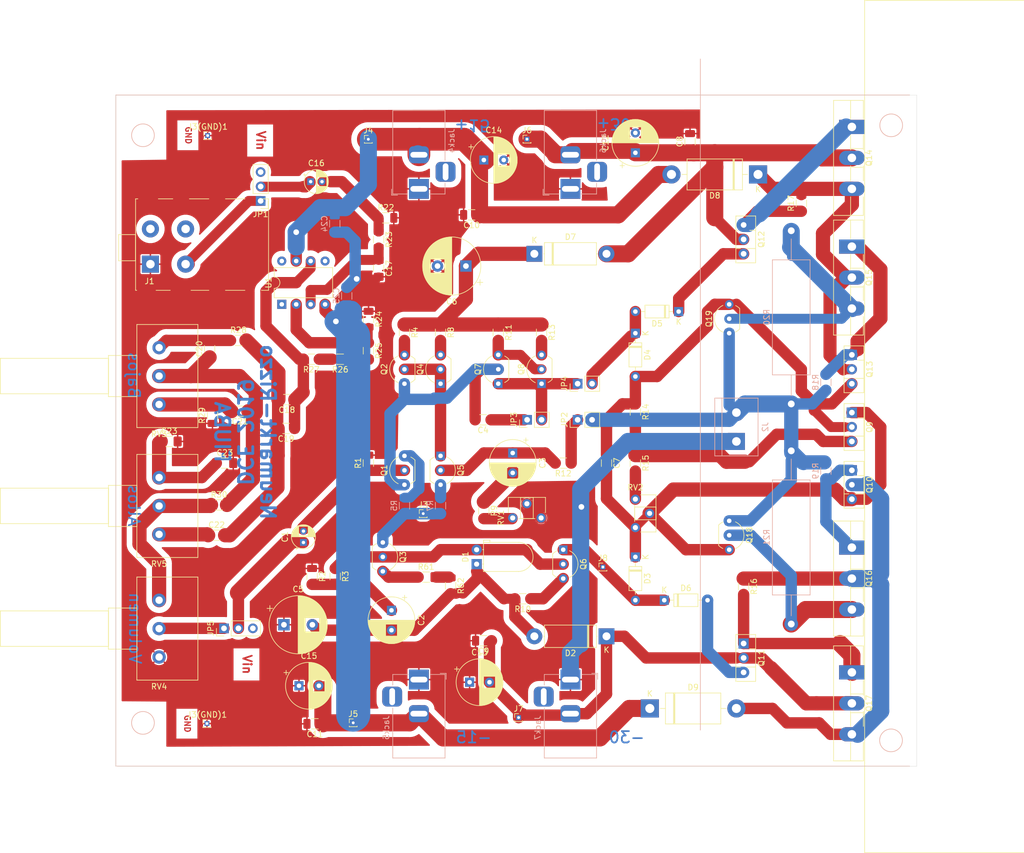
<source format=kicad_pcb>
(kicad_pcb (version 20171130) (host pcbnew "(5.1.2)-2")
  (layers (0 F.Cu signal) (31 B.Cu signal) (34 B.Paste user hide) (35 F.Paste user hide) (36 B.SilkS user hide) (37 F.SilkS user hide) (38 B.Mask user hide) (39 F.Mask user hide) (44 Edge.Cuts user))
  (net 0 "")
  (net 1 "Net-(C1-Pad2)")
  (net 2 "Net-(C1-Pad1)")
  (net 3 "Net-(C2-Pad2)")
  (net 4 "Net-(C2-Pad1)")
  (net 5 "Net-(C3-Pad2)")
  (net 6 "Net-(C3-Pad1)")
  (net 7 "Net-(C4-Pad2)")
  (net 8 "Net-(C4-Pad1)")
  (net 9 GND)
  (net 10 "Net-(C6-Pad1)")
  (net 11 "Net-(C7-Pad2)")
  (net 12 "Net-(C12-Pad1)")
  (net 13 "Net-(C13-Pad2)")
  (net 14 "Net-(C10-Pad1)")
  (net 15 "Net-(C11-Pad1)")
  (net 16 "Net-(D1-Pad2)")
  (net 17 "Net-(D3-Pad2)")
  (net 18 "Net-(D4-Pad1)")
  (net 19 "Net-(D5-Pad1)")
  (net 20 "Net-(D6-Pad2)")
  (net 21 "Net-(D8-Pad1)")
  (net 22 "Net-(D9-Pad2)")
  (net 23 "Net-(J2-Pad2)")
  (net 24 "Net-(JP2-Pad1)")
  (net 25 "Net-(JP3-Pad2)")
  (net 26 "Net-(Q1-Pad3)")
  (net 27 "Net-(Q2-Pad3)")
  (net 28 "Net-(Q2-Pad2)")
  (net 29 "Net-(Q3-Pad3)")
  (net 30 "Net-(Q4-Pad3)")
  (net 31 "Net-(Q5-Pad3)")
  (net 32 "Net-(Q6-Pad3)")
  (net 33 "Net-(Q7-Pad3)")
  (net 34 "Net-(Q8-Pad3)")
  (net 35 "Net-(Q10-Pad1)")
  (net 36 "Net-(Q11-Pad1)")
  (net 37 "Net-(Q12-Pad1)")
  (net 38 "Net-(Q13-Pad1)")
  (net 39 "Net-(Q15-Pad3)")
  (net 40 "Net-(Q16-Pad3)")
  (net 41 "Net-(R9-Pad2)")
  (net 42 "Net-(R15-Pad2)")
  (net 43 "Net-(C16-Pad2)")
  (net 44 "Net-(C16-Pad1)")
  (net 45 "Net-(C17-Pad1)")
  (net 46 "Net-(C18-Pad2)")
  (net 47 "Net-(C18-Pad1)")
  (net 48 "Net-(C20-Pad1)")
  (net 49 "Net-(C23-Pad1)")
  (net 50 "Net-(J1-PadT)")
  (net 51 "Net-(JP5-Pad1)")
  (net 52 "Net-(R24-Pad2)")
  (net 53 "Net-(R25-Pad2)")
  (net 54 "Net-(R26-Pad2)")
  (net 55 "Net-(R30-Pad1)")
  (net 56 "Net-(U1-Pad8)")
  (net 57 "Net-(U1-Pad5)")
  (net 58 "Net-(U1-Pad1)")
  (net 59 "Net-(Q9-Pad3)")
  (net 60 "Net-(C20-Pad2)")
  (net 61 "Net-(C21-Pad2)")
  (net 62 "Net-(C22-Pad1)")
  (net 63 "Net-(R61-Pad2)")
  (net 64 "Net-(J3-Pad1)")
  (net 65 "Net-(C7-Pad1)")
  (module Kicad-extra:TerminalBlock_bornier-2_P5.08mm_BELOW_W3DM (layer B.Cu) (at 151.13 87.63 90)
    (fp_text reference J2 (at 2.54 5.08 270) (layer B.SilkS) (effects (justify mirror)))
    (fp_text value Screw_Terminal_01x02)
    (pad 1 thru_hole rect (at 0 0 90) (size 3 3) (drill 1.52) (layers *.Cu *.Mask) (net 9 GND))
    (pad 2 thru_hole circle (at 5.08 0 90) (size 3 3) (drill 1.52) (layers *.Cu *.Mask) (net 23 "Net-(J2-Pad2)"))
  )
  (module Kicad-extra:Heatsink_150x28x59mm (layer F.Cu) (at 173.7 85 270)
    (fp_text reference REF** hide)
    (fp_text value Heatsink_150x28x59mm hide)
  )
  (module Kicad-extra:Potentiometer_ACP_CA6-H2,5_Horizontal_BELOW_W3DM (layer F.Cu) (at 111.76 101.092 90)
    (fp_text reference RV1 (at 0 -2.06 90) (layer F.SilkS))
    (fp_text value "R_POT (1k)")
    (pad 1 thru_hole circle (at 0 0 90) (size 1.62 1.62) (drill 0.9) (layers *.Cu *.Mask) (net 41 "Net-(R9-Pad2)"))
    (pad 2 thru_hole circle (at 2.5 2.5 90) (size 1.62 1.62) (drill 0.9) (layers *.Cu *.Mask) (net 9 GND))
    (pad 3 thru_hole circle (at 0 5 90) (size 1.62 1.62) (drill 0.9) (layers *.Cu *.Mask) (net 9 GND))
  )
  (module Kicad-extra:Potentiometer_ACP_CA6-H2,5_Horizontal_BELOW_W3DM (layer F.Cu) (at 133.35 97.79)
    (fp_text reference RV2 (at 0 -2.06) (layer F.SilkS))
    (fp_text value "R_POT 2k")
    (pad 1 thru_hole circle (at 0 0) (size 1.62 1.62) (drill 0.9) (layers *.Cu *.Mask) (net 42 "Net-(R15-Pad2)"))
    (pad 2 thru_hole circle (at 2.5 2.5) (size 1.62 1.62) (drill 0.9) (layers *.Cu *.Mask) (net 11 "Net-(C7-Pad2)"))
    (pad 3 thru_hole circle (at 0 5) (size 1.62 1.62) (drill 0.9) (layers *.Cu *.Mask) (net 11 "Net-(C7-Pad2)"))
  )
  (module Kicad-extra:DIP-8_W7.62mm_W3DM (layer F.Cu) (at 71.12 63.5 90)
    (fp_text reference U1 (at 3.81 -2.33 90) (layer F.SilkS))
    (fp_text value LMH6609MA)
    (pad 1 thru_hole rect (at 0 0 90) (size 1.6 1.6) (drill 0.8) (layers *.Cu *.Mask) (net 58 "Net-(U1-Pad1)"))
    (pad 5 thru_hole oval (at 7.62 7.62 90) (size 1.6 1.6) (drill 0.8) (layers *.Cu *.Mask) (net 57 "Net-(U1-Pad5)"))
    (pad 2 thru_hole oval (at 0 2.54 90) (size 1.6 1.6) (drill 0.8) (layers *.Cu *.Mask) (net 52 "Net-(R24-Pad2)"))
    (pad 6 thru_hole oval (at 7.62 5.08 90) (size 1.6 1.6) (drill 0.8) (layers *.Cu *.Mask) (net 47 "Net-(C18-Pad1)"))
    (pad 3 thru_hole oval (at 0 5.08 90) (size 1.6 1.6) (drill 0.8) (layers *.Cu *.Mask) (net 45 "Net-(C17-Pad1)"))
    (pad 7 thru_hole oval (at 7.62 2.54 90) (size 1.6 1.6) (drill 0.8) (layers *.Cu *.Mask) (net 14 "Net-(C10-Pad1)"))
    (pad 4 thru_hole oval (at 0 7.62 90) (size 1.6 1.6) (drill 0.8) (layers *.Cu *.Mask) (net 15 "Net-(C11-Pad1)"))
    (pad 8 thru_hole oval (at 7.62 0 90) (size 1.6 1.6) (drill 0.8) (layers *.Cu *.Mask) (net 56 "Net-(U1-Pad8)"))
  )
  (module Kicad-extra:BarrelJack_Horizontal_W3DM (layer B.Cu) (at 95.25 43.18 270)
    (fp_text reference Jack4 (at -8.45 -5.75 270) (layer B.SilkS) (effects (justify mirror)))
    (fp_text value +15)
    (pad 3 thru_hole roundrect (at -3 -4.7 270) (size 3.5 3.5) (drill oval 3 1) (layers *.Cu *.Mask))
    (pad 2 thru_hole roundrect (at -6 0 270) (size 3 3.5) (drill oval 1 3) (layers *.Cu *.Mask) (net 14 "Net-(C10-Pad1)"))
    (pad 1 thru_hole rect (at 0 0 270) (size 3.5 3.5) (drill oval 1 3) (layers *.Cu *.Mask) (net 9 GND))
  )
  (module Kicad-extra:BarrelJack_Horizontal_W3DM (layer B.Cu) (at 95.25 129.54 90)
    (fp_text reference Jack5 (at -8.45 -5.75 270) (layer B.SilkS) (effects (justify mirror)))
    (fp_text value -15)
    (pad 3 thru_hole roundrect (at -3 -4.7 90) (size 3.5 3.5) (drill oval 3 1) (layers *.Cu *.Mask))
    (pad 2 thru_hole roundrect (at -6 0 90) (size 3 3.5) (drill oval 1 3) (layers *.Cu *.Mask) (net 15 "Net-(C11-Pad1)"))
    (pad 1 thru_hole rect (at 0 0 90) (size 3.5 3.5) (drill oval 1 3) (layers *.Cu *.Mask) (net 9 GND))
  )
  (module Kicad-extra:BarrelJack_Horizontal_W3DM (layer B.Cu) (at 121.92 43.18 270)
    (fp_text reference Jack6 (at -8.45 -5.75 270) (layer B.SilkS) (effects (justify mirror)))
    (fp_text value +30)
    (pad 3 thru_hole roundrect (at -3 -4.7 270) (size 3.5 3.5) (drill oval 3 1) (layers *.Cu *.Mask))
    (pad 2 thru_hole roundrect (at -6 0 270) (size 3 3.5) (drill oval 1 3) (layers *.Cu *.Mask) (net 12 "Net-(C12-Pad1)"))
    (pad 1 thru_hole rect (at 0 0 270) (size 3.5 3.5) (drill oval 1 3) (layers *.Cu *.Mask) (net 9 GND))
  )
  (module Kicad-extra:BarrelJack_Horizontal_W3DM (layer B.Cu) (at 121.92 129.54 90)
    (fp_text reference Jack7 (at -8.45 -5.75 270) (layer B.SilkS) (effects (justify mirror)))
    (fp_text value -30)
    (pad 3 thru_hole roundrect (at -3 -4.7 90) (size 3.5 3.5) (drill oval 3 1) (layers *.Cu *.Mask))
    (pad 2 thru_hole roundrect (at -6 0 90) (size 3 3.5) (drill oval 1 3) (layers *.Cu *.Mask) (net 13 "Net-(C13-Pad2)"))
    (pad 1 thru_hole rect (at 0 0 90) (size 3.5 3.5) (drill oval 1 3) (layers *.Cu *.Mask) (net 9 GND))
  )
  (module Kicad-extra:Potentiometer_Alps_RK163_Single_Horizontal_W3DM (layer F.Cu) (at 49.53 93.98 180)
    (fp_text reference RV5 (at 0 -15.2) (layer F.SilkS))
    (fp_text value R_POT)
    (pad 3 thru_hole circle (at 0 -10 180) (size 2.34 2.34) (drill 1.3) (layers *.Cu *.Mask) (net 62 "Net-(C22-Pad1)"))
    (pad 2 thru_hole circle (at 0 -5 180) (size 2.34 2.34) (drill 1.3) (layers *.Cu *.Mask) (net 55 "Net-(R30-Pad1)"))
    (pad 1 thru_hole circle (at 0 0 180) (size 2.34 2.34) (drill 1.3) (layers *.Cu *.Mask) (net 49 "Net-(C23-Pad1)"))
  )
  (module Kicad-extra:Potentiometer_Alps_RK163_Single_Horizontal_W3DM (layer F.Cu) (at 49.53 115.57 180)
    (fp_text reference RV4 (at 0 -15.2) (layer F.SilkS))
    (fp_text value R_POT)
    (pad 3 thru_hole circle (at 0 -10 180) (size 2.34 2.34) (drill 1.3) (layers *.Cu *.Mask) (net 9 GND))
    (pad 2 thru_hole circle (at 0 -5 180) (size 2.34 2.34) (drill 1.3) (layers *.Cu *.Mask) (net 51 "Net-(JP5-Pad1)"))
    (pad 1 thru_hole circle (at 0 0 180) (size 2.34 2.34) (drill 1.3) (layers *.Cu *.Mask) (net 55 "Net-(R30-Pad1)"))
  )
  (module Kicad-extra:Potentiometer_Alps_RK163_Single_Horizontal_W3DM (layer F.Cu) (at 49.53 71.12 180)
    (fp_text reference RV3 (at 0 -15.2) (layer F.SilkS))
    (fp_text value R_POT)
    (pad 3 thru_hole circle (at 0 -10 180) (size 2.34 2.34) (drill 1.3) (layers *.Cu *.Mask) (net 61 "Net-(C21-Pad2)"))
    (pad 2 thru_hole circle (at 0 -5 180) (size 2.34 2.34) (drill 1.3) (layers *.Cu *.Mask) (net 48 "Net-(C20-Pad1)"))
    (pad 1 thru_hole circle (at 0 0 180) (size 2.34 2.34) (drill 1.3) (layers *.Cu *.Mask) (net 60 "Net-(C20-Pad2)"))
  )
  (module Kicad-extra:ACJS-NH35 (layer F.Cu) (at 54.195 56.43 180)
    (fp_text reference J1 (at 6.35 -3) (layer F.SilkS))
    (fp_text value AudioJack2)
    (pad S thru_hole rect (at 6.195 0 180) (size 3 3) (drill 1.5) (layers *.Cu *.Mask) (net 9 GND))
    (pad T thru_hole circle (at 0 0 180) (size 3 3) (drill 1.5) (layers *.Cu *.Mask) (net 50 "Net-(J1-PadT)"))
    (pad SN thru_hole circle (at 6.195 6.2 180) (size 3 3) (drill 1.5) (layers *.Cu *.Mask))
    (pad TN thru_hole circle (at 0 6.2 180) (size 3 3) (drill 1.5) (layers *.Cu *.Mask))
  )
  (module Package_TO_SOT_THT:TO-92_Inline_Wide (layer F.Cu) (at 149.86 68.58 90)
    (fp_text reference Q19 (at 2.54 -3.56 90) (layer F.SilkS))
    (fp_text value 2N3904)
    (pad 1 thru_hole rect (at 0 0 180) (size 1.5 1.5) (drill 0.8) (layers *.Cu *.Mask) (net 23 "Net-(J2-Pad2)"))
    (pad 3 thru_hole circle (at 5.08 0 180) (size 1.5 1.5) (drill 0.8) (layers *.Cu *.Mask) (net 65 "Net-(C7-Pad1)"))
    (pad 2 thru_hole circle (at 2.54 0 180) (size 1.5 1.5) (drill 0.8) (layers *.Cu *.Mask) (net 39 "Net-(Q15-Pad3)"))
  )
  (module Package_TO_SOT_THT:TO-92_Inline_Wide (layer F.Cu) (at 149.86 101.6 270)
    (fp_text reference Q18 (at 2.54 -3.56 90) (layer F.SilkS))
    (fp_text value 2N3906)
    (pad 1 thru_hole rect (at 0 0) (size 1.5 1.5) (drill 0.8) (layers *.Cu *.Mask) (net 23 "Net-(J2-Pad2)"))
    (pad 3 thru_hole circle (at 5.08 0) (size 1.5 1.5) (drill 0.8) (layers *.Cu *.Mask) (net 11 "Net-(C7-Pad2)"))
    (pad 2 thru_hole circle (at 2.54 0) (size 1.5 1.5) (drill 0.8) (layers *.Cu *.Mask) (net 40 "Net-(Q16-Pad3)"))
  )
  (module Connector_PinHeader_2.54mm:PinHeader_1x03_P2.54mm_Vertical (layer F.Cu) (at 60.95 120.525 90)
    (fp_text reference JP5 (at 0 -2.33 90) (layer F.SilkS))
    (fp_text value Jumper)
    (pad 3 thru_hole oval (at 0 5.08 90) (size 1.7 1.7) (drill 1) (layers *.Cu *.Mask))
    (pad 2 thru_hole oval (at 0 2.54 90) (size 1.7 1.7) (drill 1) (layers *.Cu *.Mask) (net 2 "Net-(C1-Pad1)"))
    (pad 1 thru_hole rect (at 0 0 90) (size 1.7 1.7) (drill 1) (layers *.Cu *.Mask) (net 51 "Net-(JP5-Pad1)"))
  )
  (module Connector_PinHeader_2.54mm:PinHeader_1x02_P2.54mm_Vertical (layer F.Cu) (at 123.19 77.47 90)
    (fp_text reference JP4 (at 0 -2.33 90) (layer F.SilkS))
    (fp_text value Jumper)
    (pad 2 thru_hole oval (at 0 2.54 90) (size 1.7 1.7) (drill 1) (layers *.Cu *.Mask) (net 18 "Net-(D4-Pad1)"))
    (pad 1 thru_hole rect (at 0 0 90) (size 1.7 1.7) (drill 1) (layers *.Cu *.Mask) (net 25 "Net-(JP3-Pad2)"))
  )
  (module Connector_PinHeader_2.54mm:PinHeader_1x02_P2.54mm_Vertical (layer F.Cu) (at 114.3 83.82 90)
    (fp_text reference JP3 (at 0 -2.33 90) (layer F.SilkS))
    (fp_text value Jumper)
    (pad 2 thru_hole oval (at 0 2.54 90) (size 1.7 1.7) (drill 1) (layers *.Cu *.Mask) (net 25 "Net-(JP3-Pad2)"))
    (pad 1 thru_hole rect (at 0 0 90) (size 1.7 1.7) (drill 1) (layers *.Cu *.Mask) (net 8 "Net-(C4-Pad1)"))
  )
  (module Connector_PinHeader_2.54mm:PinHeader_1x02_P2.54mm_Vertical (layer F.Cu) (at 123.19 83.82 90)
    (fp_text reference JP2 (at 0 -2.33 90) (layer F.SilkS))
    (fp_text value Jumper)
    (pad 2 thru_hole oval (at 0 2.54 90) (size 1.7 1.7) (drill 1) (layers *.Cu *.Mask) (net 23 "Net-(J2-Pad2)"))
    (pad 1 thru_hole rect (at 0 0 90) (size 1.7 1.7) (drill 1) (layers *.Cu *.Mask) (net 24 "Net-(JP2-Pad1)"))
  )
  (module Connector_PinHeader_2.54mm:PinHeader_1x03_P2.54mm_Vertical (layer F.Cu) (at 67.4 45.3 180)
    (fp_text reference JP1 (at 0 -2.33) (layer F.SilkS))
    (fp_text value Jumper)
    (pad 3 thru_hole oval (at 0 5.08 180) (size 1.7 1.7) (drill 1) (layers *.Cu *.Mask))
    (pad 2 thru_hole oval (at 0 2.54 180) (size 1.7 1.7) (drill 1) (layers *.Cu *.Mask) (net 44 "Net-(C16-Pad1)"))
    (pad 1 thru_hole rect (at 0 0 180) (size 1.7 1.7) (drill 1) (layers *.Cu *.Mask) (net 50 "Net-(J1-PadT)"))
  )
  (module Connector_PinHeader_1.00mm:PinHeader_1x01_P1.00mm_Vertical (layer F.Cu) (at 127.635 109.728)
    (fp_text reference J8 (at 0 -1.56) (layer F.SilkS))
    (fp_text value Conn_01x01_Male)
    (pad 1 thru_hole rect (at 0 0) (size 0.85 0.85) (drill 0.5) (layers *.Cu *.Mask) (net 17 "Net-(D3-Pad2)"))
  )
  (module Connector_PinHeader_1.00mm:PinHeader_1x01_P1.00mm_Vertical (layer F.Cu) (at 96.012 100.33)
    (fp_text reference J3 (at 0 -1.56) (layer F.SilkS))
    (fp_text value Conn_01x01_Male)
    (pad 1 thru_hole rect (at 0 0) (size 0.85 0.85) (drill 0.5) (layers *.Cu *.Mask) (net 64 "Net-(J3-Pad1)"))
  )
  (module Capacitor_THT:CP_Radial_D4.0mm_P2.00mm (layer F.Cu) (at 76.2 41.91)
    (fp_text reference C16 (at 1 -3.25) (layer F.SilkS))
    (fp_text value 1u)
    (pad 2 thru_hole circle (at 2 0) (size 1.2 1.2) (drill 0.6) (layers *.Cu *.Mask) (net 43 "Net-(C16-Pad2)"))
    (pad 1 thru_hole rect (at 0 0) (size 1.2 1.2) (drill 0.6) (layers *.Cu *.Mask) (net 44 "Net-(C16-Pad1)"))
  )
  (module Capacitor_THT:CP_Radial_D4.0mm_P2.00mm (layer F.Cu) (at 74.93 105.41 90)
    (fp_text reference C1 (at 1 -3.25 90) (layer F.SilkS))
    (fp_text value 1u)
    (pad 2 thru_hole circle (at 2 0 90) (size 1.2 1.2) (drill 0.6) (layers *.Cu *.Mask) (net 1 "Net-(C1-Pad2)"))
    (pad 1 thru_hole rect (at 0 0 90) (size 1.2 1.2) (drill 0.6) (layers *.Cu *.Mask) (net 2 "Net-(C1-Pad1)"))
  )
  (module Capacitor_THT:CP_Radial_D10.0mm_P5.00mm (layer F.Cu) (at 103.53 56.76 180)
    (fp_text reference C6 (at 2.5 -6.25) (layer F.SilkS))
    (fp_text value 470u)
    (pad 2 thru_hole circle (at 5 0 180) (size 2 2) (drill 1) (layers *.Cu *.Mask) (net 9 GND))
    (pad 1 thru_hole rect (at 0 0 180) (size 2 2) (drill 1) (layers *.Cu *.Mask) (net 10 "Net-(C6-Pad1)"))
  )
  (module Capacitor_THT:CP_Radial_D10.0mm_P5.00mm (layer F.Cu) (at 71.501 119.888)
    (fp_text reference C5 (at 2.5 -6.25) (layer F.SilkS))
    (fp_text value 470u)
    (pad 2 thru_hole circle (at 5 0) (size 2 2) (drill 1) (layers *.Cu *.Mask) (net 3 "Net-(C2-Pad2)"))
    (pad 1 thru_hole rect (at 0 0) (size 2 2) (drill 1) (layers *.Cu *.Mask) (net 9 GND))
  )
  (module Resistor_THT:R_Axial_Power_L20.0mm_W6.4mm_P30.48mm (layer B.Cu) (at 160.782 89.281 270)
    (fp_text reference R21 (at 15.24 4.32 90) (layer B.SilkS) (effects (justify mirror)))
    (fp_text value 0.1)
    (pad 2 thru_hole oval (at 30.48 0 270) (size 2.4 2.4) (drill 1.2) (layers *.Cu *.Mask) (net 40 "Net-(Q16-Pad3)"))
    (pad 1 thru_hole circle (at 0 0 270) (size 2.4 2.4) (drill 1.2) (layers *.Cu *.Mask) (net 23 "Net-(J2-Pad2)"))
  )
  (module Resistor_THT:R_Axial_Power_L20.0mm_W6.4mm_P30.48mm (layer B.Cu) (at 160.782 50.546 270)
    (fp_text reference R20 (at 15.24 4.32 90) (layer B.SilkS) (effects (justify mirror)))
    (fp_text value 0.1)
    (pad 2 thru_hole oval (at 30.48 0 270) (size 2.4 2.4) (drill 1.2) (layers *.Cu *.Mask) (net 23 "Net-(J2-Pad2)"))
    (pad 1 thru_hole circle (at 0 0 270) (size 2.4 2.4) (drill 1.2) (layers *.Cu *.Mask) (net 39 "Net-(Q15-Pad3)"))
  )
  (module Connector_PinHeader_1.00mm:PinHeader_1x01_P1.00mm_Vertical (layer F.Cu) (at 57.95 137.275)
    (fp_text reference "J3(GND)1" (at 0 -1.56) (layer F.SilkS))
    (fp_text value Conn_01x01_Male)
    (pad 1 thru_hole rect (at 0 0) (size 0.85 0.85) (drill 0.5) (layers *.Cu *.Mask) (net 9 GND))
  )
  (module Connector_PinHeader_1.00mm:PinHeader_1x01_P1.00mm_Vertical (layer F.Cu) (at 58.075 33.8)
    (fp_text reference "J3(GND)1" (at 0 -1.56) (layer F.SilkS))
    (fp_text value Conn_01x01_Male)
    (pad 1 thru_hole rect (at 0 0) (size 0.85 0.85) (drill 0.5) (layers *.Cu *.Mask) (net 9 GND))
  )
  (module Connector_PinHeader_1.00mm:PinHeader_1x01_P1.00mm_Vertical (layer F.Cu) (at 112.8 136.225)
    (fp_text reference J7 (at 0 -1.56) (layer F.SilkS))
    (fp_text value Conn_01x01_Male)
    (pad 1 thru_hole rect (at 0 0) (size 0.85 0.85) (drill 0.5) (layers *.Cu *.Mask) (net 13 "Net-(C13-Pad2)"))
  )
  (module Connector_PinHeader_1.00mm:PinHeader_1x01_P1.00mm_Vertical (layer F.Cu) (at 114.275 34.425)
    (fp_text reference J6 (at 0 -1.56) (layer F.SilkS))
    (fp_text value Conn_01x01_Male)
    (pad 1 thru_hole rect (at 0 0) (size 0.85 0.85) (drill 0.5) (layers *.Cu *.Mask) (net 12 "Net-(C12-Pad1)"))
  )
  (module Connector_PinHeader_1.00mm:PinHeader_1x01_P1.00mm_Vertical (layer F.Cu) (at 83.693 137.15)
    (fp_text reference J5 (at 0 -1.56) (layer F.SilkS))
    (fp_text value Conn_01x01_Male)
    (pad 1 thru_hole rect (at 0 0) (size 0.85 0.85) (drill 0.5) (layers *.Cu *.Mask) (net 15 "Net-(C11-Pad1)"))
  )
  (module Connector_PinHeader_1.00mm:PinHeader_1x01_P1.00mm_Vertical (layer F.Cu) (at 86.35 34.45)
    (fp_text reference J4 (at 0 -1.56) (layer F.SilkS))
    (fp_text value Conn_01x01_Male)
    (pad 1 thru_hole rect (at 0 0) (size 0.85 0.85) (drill 0.5) (layers *.Cu *.Mask) (net 14 "Net-(C10-Pad1)"))
  )
  (module Capacitor_THT:CP_Radial_D8.0mm_P3.50mm (layer F.Cu) (at 90.424 117.348 270)
    (fp_text reference C2 (at 1.75 -5.25 90) (layer F.SilkS))
    (fp_text value 100u)
    (pad 2 thru_hole circle (at 3.5 0 270) (size 1.6 1.6) (drill 0.8) (layers *.Cu *.Mask) (net 3 "Net-(C2-Pad2)"))
    (pad 1 thru_hole rect (at 0 0 270) (size 1.6 1.6) (drill 0.8) (layers *.Cu *.Mask) (net 4 "Net-(C2-Pad1)"))
  )
  (module Package_TO_SOT_THT:TO-92_Inline_Wide (layer F.Cu) (at 116.84 77.47 90)
    (fp_text reference Q8 (at 2.54 -3.56 90) (layer F.SilkS))
    (fp_text value BC556)
    (pad 1 thru_hole rect (at 0 0 180) (size 1.5 1.5) (drill 0.8) (layers *.Cu *.Mask) (net 25 "Net-(JP3-Pad2)"))
    (pad 3 thru_hole circle (at 5.08 0 180) (size 1.5 1.5) (drill 0.8) (layers *.Cu *.Mask) (net 34 "Net-(Q8-Pad3)"))
    (pad 2 thru_hole circle (at 2.54 0 180) (size 1.5 1.5) (drill 0.8) (layers *.Cu *.Mask) (net 33 "Net-(Q7-Pad3)"))
  )
  (module Package_TO_SOT_THT:TO-92_Inline_Wide (layer F.Cu) (at 109.22 77.47 90)
    (fp_text reference Q7 (at 2.54 -3.56 90) (layer F.SilkS))
    (fp_text value BC556)
    (pad 1 thru_hole rect (at 0 0 180) (size 1.5 1.5) (drill 0.8) (layers *.Cu *.Mask) (net 25 "Net-(JP3-Pad2)"))
    (pad 3 thru_hole circle (at 5.08 0 180) (size 1.5 1.5) (drill 0.8) (layers *.Cu *.Mask) (net 33 "Net-(Q7-Pad3)"))
    (pad 2 thru_hole circle (at 2.54 0 180) (size 1.5 1.5) (drill 0.8) (layers *.Cu *.Mask) (net 7 "Net-(C4-Pad2)"))
  )
  (module Package_TO_SOT_THT:TO-92_Inline_Wide (layer F.Cu) (at 120.65 106.68 270)
    (fp_text reference Q6 (at 2.54 -3.56 90) (layer F.SilkS))
    (fp_text value BC546)
    (pad 1 thru_hole rect (at 0 0) (size 1.5 1.5) (drill 0.8) (layers *.Cu *.Mask) (net 17 "Net-(D3-Pad2)"))
    (pad 3 thru_hole circle (at 5.08 0) (size 1.5 1.5) (drill 0.8) (layers *.Cu *.Mask) (net 32 "Net-(Q6-Pad3)"))
    (pad 2 thru_hole circle (at 2.54 0) (size 1.5 1.5) (drill 0.8) (layers *.Cu *.Mask) (net 16 "Net-(D1-Pad2)"))
  )
  (module Package_TO_SOT_THT:TO-92_Inline_Wide (layer F.Cu) (at 99.06 90.17 270)
    (fp_text reference Q5 (at 2.54 -3.56 90) (layer F.SilkS))
    (fp_text value BC546)
    (pad 1 thru_hole rect (at 0 0) (size 1.5 1.5) (drill 0.8) (layers *.Cu *.Mask) (net 28 "Net-(Q2-Pad2)"))
    (pad 3 thru_hole circle (at 5.08 0) (size 1.5 1.5) (drill 0.8) (layers *.Cu *.Mask) (net 31 "Net-(Q5-Pad3)"))
    (pad 2 thru_hole circle (at 2.54 0) (size 1.5 1.5) (drill 0.8) (layers *.Cu *.Mask) (net 6 "Net-(C3-Pad1)"))
  )
  (module Package_TO_SOT_THT:TO-92_Inline_Wide (layer F.Cu) (at 99.06 77.47 90)
    (fp_text reference Q4 (at 2.54 -3.56 90) (layer F.SilkS))
    (fp_text value BC556)
    (pad 1 thru_hole rect (at 0 0 180) (size 1.5 1.5) (drill 0.8) (layers *.Cu *.Mask) (net 28 "Net-(Q2-Pad2)"))
    (pad 3 thru_hole circle (at 5.08 0 180) (size 1.5 1.5) (drill 0.8) (layers *.Cu *.Mask) (net 30 "Net-(Q4-Pad3)"))
    (pad 2 thru_hole circle (at 2.54 0 180) (size 1.5 1.5) (drill 0.8) (layers *.Cu *.Mask) (net 28 "Net-(Q2-Pad2)"))
  )
  (module Package_TO_SOT_THT:TO-92_Inline_Wide (layer F.Cu) (at 88.9 105.41 270)
    (fp_text reference Q3 (at 2.54 -3.56 90) (layer F.SilkS))
    (fp_text value BC546)
    (pad 1 thru_hole rect (at 0 0) (size 1.5 1.5) (drill 0.8) (layers *.Cu *.Mask) (net 64 "Net-(J3-Pad1)"))
    (pad 3 thru_hole circle (at 5.08 0) (size 1.5 1.5) (drill 0.8) (layers *.Cu *.Mask) (net 29 "Net-(Q3-Pad3)"))
    (pad 2 thru_hole circle (at 2.54 0) (size 1.5 1.5) (drill 0.8) (layers *.Cu *.Mask) (net 16 "Net-(D1-Pad2)"))
  )
  (module Package_TO_SOT_THT:TO-92_Inline_Wide (layer F.Cu) (at 92.71 77.47 90)
    (fp_text reference Q2 (at 2.54 -3.56 90) (layer F.SilkS))
    (fp_text value BC556)
    (pad 1 thru_hole rect (at 0 0 180) (size 1.5 1.5) (drill 0.8) (layers *.Cu *.Mask) (net 7 "Net-(C4-Pad2)"))
    (pad 3 thru_hole circle (at 5.08 0 180) (size 1.5 1.5) (drill 0.8) (layers *.Cu *.Mask) (net 27 "Net-(Q2-Pad3)"))
    (pad 2 thru_hole circle (at 2.54 0 180) (size 1.5 1.5) (drill 0.8) (layers *.Cu *.Mask) (net 28 "Net-(Q2-Pad2)"))
  )
  (module Package_TO_SOT_THT:TO-92_Inline_Wide (layer F.Cu) (at 92.71 95.25 90)
    (fp_text reference Q1 (at 2.54 -3.56 90) (layer F.SilkS))
    (fp_text value BC546)
    (pad 1 thru_hole rect (at 0 0 180) (size 1.5 1.5) (drill 0.8) (layers *.Cu *.Mask) (net 7 "Net-(C4-Pad2)"))
    (pad 3 thru_hole circle (at 5.08 0 180) (size 1.5 1.5) (drill 0.8) (layers *.Cu *.Mask) (net 26 "Net-(Q1-Pad3)"))
    (pad 2 thru_hole circle (at 2.54 0 180) (size 1.5 1.5) (drill 0.8) (layers *.Cu *.Mask) (net 1 "Net-(C1-Pad2)"))
  )
  (module Resistor_SMD:R_1206_3216Metric (layer F.Cu) (at 96.52 111.506)
    (fp_text reference R61 (at 0 -1.82) (layer F.SilkS))
    (fp_text value 1k)
    (pad 2 smd roundrect (at 1.4 0) (size 1.25 1.75) (layers F.Cu F.Paste F.Mask) (roundrect_rratio 0.2) (net 63 "Net-(R61-Pad2)"))
    (pad 1 smd roundrect (at -1.4 0) (size 1.25 1.75) (layers F.Cu F.Paste F.Mask) (roundrect_rratio 0.2) (net 29 "Net-(Q3-Pad3)"))
  )
  (module Diode_THT:D_DO-201AD_P15.24mm_Horizontal (layer F.Cu) (at 135.89 134.62)
    (fp_text reference D9 (at 7.62 -3.72) (layer F.SilkS))
    (fp_text value DN5822)
    (fp_text user K (at 0 -2.6) (layer F.SilkS))
    (pad 2 thru_hole oval (at 15.24 0) (size 3.2 3.2) (drill 1.6) (layers *.Cu *.Mask) (net 22 "Net-(D9-Pad2)"))
    (pad 1 thru_hole rect (at 0 0) (size 3.2 3.2) (drill 1.6) (layers *.Cu *.Mask) (net 15 "Net-(C11-Pad1)"))
  )
  (module Diode_THT:D_DO-201AD_P15.24mm_Horizontal (layer F.Cu) (at 154.94 40.64 180)
    (fp_text reference D8 (at 7.62 -3.72) (layer F.SilkS))
    (fp_text value DN5822)
    (fp_text user K (at 0 -2.6) (layer F.SilkS))
    (pad 2 thru_hole oval (at 15.24 0 180) (size 3.2 3.2) (drill 1.6) (layers *.Cu *.Mask) (net 14 "Net-(C10-Pad1)"))
    (pad 1 thru_hole rect (at 0 0 180) (size 3.2 3.2) (drill 1.6) (layers *.Cu *.Mask) (net 21 "Net-(D8-Pad1)"))
  )
  (module Capacitor_SMD:C_1206_3216Metric_Pad1.42x1.75mm_HandSolder (layer F.Cu) (at 51.308 87.63)
    (fp_text reference C23 (at 0 -1.82) (layer F.SilkS))
    (fp_text value 22n)
    (pad 2 smd roundrect (at 1.4875 0) (size 1.425 1.75) (layers F.Cu F.Paste F.Mask) (roundrect_rratio 0.175439) (net 9 GND))
    (pad 1 smd roundrect (at -1.4875 0) (size 1.425 1.75) (layers F.Cu F.Paste F.Mask) (roundrect_rratio 0.175439) (net 49 "Net-(C23-Pad1)"))
  )
  (module Capacitor_SMD:C_1206_3216Metric_Pad1.42x1.75mm_HandSolder (layer F.Cu) (at 59.6535 104.14)
    (fp_text reference C22 (at 0 -1.82) (layer F.SilkS))
    (fp_text value 2.2n)
    (pad 2 smd roundrect (at 1.4875 0) (size 1.425 1.75) (layers F.Cu F.Paste F.Mask) (roundrect_rratio 0.175439) (net 46 "Net-(C18-Pad2)"))
    (pad 1 smd roundrect (at -1.4875 0) (size 1.425 1.75) (layers F.Cu F.Paste F.Mask) (roundrect_rratio 0.175439) (net 62 "Net-(C22-Pad1)"))
  )
  (module Capacitor_SMD:C_1206_3216Metric_Pad1.42x1.75mm_HandSolder (layer F.Cu) (at 63.754 82.296 180)
    (fp_text reference C21 (at 0 -1.82) (layer F.SilkS))
    (fp_text value 220n)
    (pad 2 smd roundrect (at 1.4875 0 180) (size 1.425 1.75) (layers F.Cu F.Paste F.Mask) (roundrect_rratio 0.175439) (net 61 "Net-(C21-Pad2)"))
    (pad 1 smd roundrect (at -1.4875 0 180) (size 1.425 1.75) (layers F.Cu F.Paste F.Mask) (roundrect_rratio 0.175439) (net 48 "Net-(C20-Pad1)"))
  )
  (module Capacitor_SMD:C_1206_3216Metric_Pad1.42x1.75mm_HandSolder (layer F.Cu) (at 58.42 71.3375 90)
    (fp_text reference C20 (at 0 -1.82 90) (layer F.SilkS))
    (fp_text value 22n)
    (pad 2 smd roundrect (at 1.4875 0 90) (size 1.425 1.75) (layers F.Cu F.Paste F.Mask) (roundrect_rratio 0.175439) (net 60 "Net-(C20-Pad2)"))
    (pad 1 smd roundrect (at -1.4875 0 90) (size 1.425 1.75) (layers F.Cu F.Paste F.Mask) (roundrect_rratio 0.175439) (net 48 "Net-(C20-Pad1)"))
  )
  (module Package_TO_SOT_THT:TO-126-3_Vertical (layer F.Cu) (at 171.45 82.55 270)
    (fp_text reference Q9 (at 2.54 -3.12 90) (layer F.SilkS))
    (fp_text value BD135)
    (pad 3 thru_hole oval (at 5.08 0 270) (size 1.8 1.8) (drill 1) (layers *.Cu *.Mask) (net 59 "Net-(Q9-Pad3)"))
    (pad 2 thru_hole oval (at 2.54 0 270) (size 1.8 1.8) (drill 1) (layers *.Cu *.Mask) (net 65 "Net-(C7-Pad1)"))
    (pad 1 thru_hole rect (at 0 0 270) (size 1.8 1.8) (drill 1) (layers *.Cu *.Mask) (net 11 "Net-(C7-Pad2)"))
  )
  (module Capacitor_SMD:C_1206_3216Metric_Pad1.42x1.75mm_HandSolder (layer B.Cu) (at 82.55 62.0125 270)
    (fp_text reference C25 (at 0 1.82 270) (layer B.SilkS) (effects (justify mirror)))
    (fp_text value 22n)
    (pad 2 smd roundrect (at 1.4875 0 270) (size 1.425 1.75) (layers B.Cu B.Paste B.Mask) (roundrect_rratio 0.175439) (net 15 "Net-(C11-Pad1)"))
    (pad 1 smd roundrect (at -1.4875 0 270) (size 1.425 1.75) (layers B.Cu B.Paste B.Mask) (roundrect_rratio 0.175439) (net 9 GND))
  )
  (module Capacitor_SMD:C_1206_3216Metric_Pad1.42x1.75mm_HandSolder (layer B.Cu) (at 80.45 49.3125 270)
    (fp_text reference C24 (at 0 1.82 90) (layer B.SilkS) (effects (justify mirror)))
    (fp_text value 22n)
    (pad 2 smd roundrect (at 1.4875 0 270) (size 1.425 1.75) (layers B.Cu B.Paste B.Mask) (roundrect_rratio 0.175439) (net 9 GND))
    (pad 1 smd roundrect (at -1.4875 0 270) (size 1.425 1.75) (layers B.Cu B.Paste B.Mask) (roundrect_rratio 0.175439) (net 14 "Net-(C10-Pad1)"))
  )
  (module Capacitor_SMD:C_1206_3216Metric_Pad1.42x1.75mm_HandSolder (layer F.Cu) (at 61.09 91.44)
    (fp_text reference C23 (at 0 -1.82) (layer F.SilkS))
    (fp_text value 22n)
    (pad 2 smd roundrect (at 1.4875 0) (size 1.425 1.75) (layers F.Cu F.Paste F.Mask) (roundrect_rratio 0.175439) (net 9 GND))
    (pad 1 smd roundrect (at -1.4875 0) (size 1.425 1.75) (layers F.Cu F.Paste F.Mask) (roundrect_rratio 0.175439) (net 49 "Net-(C23-Pad1)"))
  )
  (module Capacitor_SMD:C_1206_3216Metric_Pad1.42x1.75mm_HandSolder (layer F.Cu) (at 71.882 85.344 180)
    (fp_text reference C19 (at 0 -1.82) (layer F.SilkS))
    (fp_text value 1u)
    (pad 2 smd roundrect (at 1.4875 0 180) (size 1.425 1.75) (layers F.Cu F.Paste F.Mask) (roundrect_rratio 0.175439) (net 46 "Net-(C18-Pad2)"))
    (pad 1 smd roundrect (at -1.4875 0 180) (size 1.425 1.75) (layers F.Cu F.Paste F.Mask) (roundrect_rratio 0.175439) (net 47 "Net-(C18-Pad1)"))
  )
  (module Capacitor_SMD:C_1206_3216Metric_Pad1.42x1.75mm_HandSolder (layer F.Cu) (at 72.012 80.264 180)
    (fp_text reference C18 (at 0 -1.82) (layer F.SilkS))
    (fp_text value 1u)
    (pad 2 smd roundrect (at 1.4875 0 180) (size 1.425 1.75) (layers F.Cu F.Paste F.Mask) (roundrect_rratio 0.175439) (net 46 "Net-(C18-Pad2)"))
    (pad 1 smd roundrect (at -1.4875 0 180) (size 1.425 1.75) (layers F.Cu F.Paste F.Mask) (roundrect_rratio 0.175439) (net 47 "Net-(C18-Pad1)"))
  )
  (module Capacitor_SMD:C_1206_3216Metric_Pad1.42x1.75mm_HandSolder (layer F.Cu) (at 88.17 57.17 270)
    (fp_text reference C17 (at 0 -1.82 90) (layer F.SilkS))
    (fp_text value 100p)
    (pad 2 smd roundrect (at 1.4875 0 270) (size 1.425 1.75) (layers F.Cu F.Paste F.Mask) (roundrect_rratio 0.175439) (net 9 GND))
    (pad 1 smd roundrect (at -1.4875 0 270) (size 1.425 1.75) (layers F.Cu F.Paste F.Mask) (roundrect_rratio 0.175439) (net 45 "Net-(C17-Pad1)"))
  )
  (module Capacitor_THT:CP_Radial_D8.0mm_P3.50mm (layer F.Cu) (at 74.15 130.625)
    (fp_text reference C15 (at 1.75 -5.25) (layer F.SilkS))
    (fp_text value 100u)
    (pad 2 thru_hole circle (at 3.5 0) (size 1.6 1.6) (drill 0.8) (layers *.Cu *.Mask) (net 15 "Net-(C11-Pad1)"))
    (pad 1 thru_hole rect (at 0 0) (size 1.6 1.6) (drill 0.8) (layers *.Cu *.Mask) (net 9 GND))
  )
  (module Capacitor_THT:CP_Radial_D8.0mm_P3.50mm (layer F.Cu) (at 106.68 38.1)
    (fp_text reference C14 (at 1.75 -5.25) (layer F.SilkS))
    (fp_text value 100u)
    (pad 2 thru_hole circle (at 3.5 0) (size 1.6 1.6) (drill 0.8) (layers *.Cu *.Mask) (net 9 GND))
    (pad 1 thru_hole rect (at 0 0) (size 1.6 1.6) (drill 0.8) (layers *.Cu *.Mask) (net 14 "Net-(C10-Pad1)"))
  )
  (module Capacitor_THT:CP_Radial_D8.0mm_P3.50mm (layer F.Cu) (at 104.175 130)
    (fp_text reference C13 (at 1.75 -5.25) (layer F.SilkS))
    (fp_text value 100u)
    (pad 2 thru_hole circle (at 3.5 0) (size 1.6 1.6) (drill 0.8) (layers *.Cu *.Mask) (net 13 "Net-(C13-Pad2)"))
    (pad 1 thru_hole rect (at 0 0) (size 1.6 1.6) (drill 0.8) (layers *.Cu *.Mask) (net 9 GND))
  )
  (module Capacitor_THT:CP_Radial_D8.0mm_P3.50mm (layer F.Cu) (at 133.35 36.83 90)
    (fp_text reference C12 (at 1.75 -5.25 90) (layer F.SilkS))
    (fp_text value 100u)
    (pad 2 thru_hole circle (at 3.5 0 90) (size 1.6 1.6) (drill 0.8) (layers *.Cu *.Mask) (net 9 GND))
    (pad 1 thru_hole rect (at 0 0 90) (size 1.6 1.6) (drill 0.8) (layers *.Cu *.Mask) (net 12 "Net-(C12-Pad1)"))
  )
  (module Capacitor_THT:CP_Radial_D8.0mm_P3.50mm (layer F.Cu) (at 111.76 89.662 270)
    (fp_text reference C3 (at 1.75 -5.25 90) (layer F.SilkS))
    (fp_text value 100u)
    (pad 2 thru_hole circle (at 3.5 0 270) (size 1.6 1.6) (drill 0.8) (layers *.Cu *.Mask) (net 5 "Net-(C3-Pad2)"))
    (pad 1 thru_hole rect (at 0 0 270) (size 1.6 1.6) (drill 0.8) (layers *.Cu *.Mask) (net 6 "Net-(C3-Pad1)"))
  )
  (module LED_THT:LED_D5.0mm_Horizontal_O1.27mm_Z3.0mm (layer F.Cu) (at 105.41 109.22 90)
    (fp_text reference D1 (at 1.27 -1.96 90) (layer F.SilkS))
    (fp_text value LED)
    (pad 2 thru_hole circle (at 2.54 0 90) (size 1.8 1.8) (drill 0.9) (layers *.Cu *.Mask) (net 16 "Net-(D1-Pad2)"))
    (pad 1 thru_hole rect (at 0 0 90) (size 1.8 1.8) (drill 0.9) (layers *.Cu *.Mask) (net 3 "Net-(C2-Pad2)"))
  )
  (module Resistor_SMD:R_1206_3216Metric (layer F.Cu) (at 60.074 98.806)
    (fp_text reference R30 (at 0 -1.82) (layer F.SilkS))
    (fp_text value 10k)
    (pad 2 smd roundrect (at 1.4 0) (size 1.25 1.75) (layers F.Cu F.Paste F.Mask) (roundrect_rratio 0.2) (net 48 "Net-(C20-Pad1)"))
    (pad 1 smd roundrect (at -1.4 0) (size 1.25 1.75) (layers F.Cu F.Paste F.Mask) (roundrect_rratio 0.2) (net 55 "Net-(R30-Pad1)"))
  )
  (module Resistor_SMD:R_1206_3216Metric (layer F.Cu) (at 58.928 83.058 90)
    (fp_text reference R29 (at 0 -1.82 90) (layer F.SilkS))
    (fp_text value 1k)
    (pad 2 smd roundrect (at 1.4 0 90) (size 1.25 1.75) (layers F.Cu F.Paste F.Mask) (roundrect_rratio 0.2) (net 61 "Net-(C21-Pad2)"))
    (pad 1 smd roundrect (at -1.4 0 90) (size 1.25 1.75) (layers F.Cu F.Paste F.Mask) (roundrect_rratio 0.2) (net 9 GND))
  )
  (module Resistor_SMD:R_1206_3216Metric (layer F.Cu) (at 63.5 69.85)
    (fp_text reference R28 (at 0 -1.82) (layer F.SilkS))
    (fp_text value 10k)
    (pad 2 smd roundrect (at 1.4 0) (size 1.25 1.75) (layers F.Cu F.Paste F.Mask) (roundrect_rratio 0.2) (net 46 "Net-(C18-Pad2)"))
    (pad 1 smd roundrect (at -1.4 0) (size 1.25 1.75) (layers F.Cu F.Paste F.Mask) (roundrect_rratio 0.2) (net 60 "Net-(C20-Pad2)"))
  )
  (module Resistor_SMD:R_1206_3216Metric (layer F.Cu) (at 76.32 73.16 180)
    (fp_text reference R27 (at 0 -1.82) (layer F.SilkS))
    (fp_text value 100k)
    (pad 2 smd roundrect (at 1.4 0 180) (size 1.25 1.75) (layers F.Cu F.Paste F.Mask) (roundrect_rratio 0.2) (net 47 "Net-(C18-Pad1)"))
    (pad 1 smd roundrect (at -1.4 0 180) (size 1.25 1.75) (layers F.Cu F.Paste F.Mask) (roundrect_rratio 0.2) (net 54 "Net-(R26-Pad2)"))
  )
  (module Resistor_SMD:R_1206_3216Metric (layer F.Cu) (at 81.4 73.16 180)
    (fp_text reference R26 (at 0 -1.82) (layer F.SilkS))
    (fp_text value 220k)
    (pad 2 smd roundrect (at 1.4 0 180) (size 1.25 1.75) (layers F.Cu F.Paste F.Mask) (roundrect_rratio 0.2) (net 54 "Net-(R26-Pad2)"))
    (pad 1 smd roundrect (at -1.4 0 180) (size 1.25 1.75) (layers F.Cu F.Paste F.Mask) (roundrect_rratio 0.2) (net 53 "Net-(R25-Pad2)"))
  )
  (module Resistor_SMD:R_1206_3216Metric (layer F.Cu) (at 86.37 71.66 270)
    (fp_text reference R25 (at 0 -1.82 90) (layer F.SilkS))
    (fp_text value 1M)
    (pad 2 smd roundrect (at 1.4 0 270) (size 1.25 1.75) (layers F.Cu F.Paste F.Mask) (roundrect_rratio 0.2) (net 53 "Net-(R25-Pad2)"))
    (pad 1 smd roundrect (at -1.4 0 270) (size 1.25 1.75) (layers F.Cu F.Paste F.Mask) (roundrect_rratio 0.2) (net 52 "Net-(R24-Pad2)"))
  )
  (module Resistor_SMD:R_1206_3216Metric (layer F.Cu) (at 86.39 66.12 270)
    (fp_text reference R24 (at 0 -1.82 90) (layer F.SilkS))
    (fp_text value 100k)
    (pad 2 smd roundrect (at 1.4 0 270) (size 1.25 1.75) (layers F.Cu F.Paste F.Mask) (roundrect_rratio 0.2) (net 52 "Net-(R24-Pad2)"))
    (pad 1 smd roundrect (at -1.4 0 270) (size 1.25 1.75) (layers F.Cu F.Paste F.Mask) (roundrect_rratio 0.2) (net 9 GND))
  )
  (module Resistor_SMD:R_1206_3216Metric (layer F.Cu) (at 88.17 52.09 270)
    (fp_text reference R23 (at 0 -1.82 90) (layer F.SilkS))
    (fp_text value 1k)
    (pad 2 smd roundrect (at 1.4 0 270) (size 1.25 1.75) (layers F.Cu F.Paste F.Mask) (roundrect_rratio 0.2) (net 45 "Net-(C17-Pad1)"))
    (pad 1 smd roundrect (at -1.4 0 270) (size 1.25 1.75) (layers F.Cu F.Paste F.Mask) (roundrect_rratio 0.2) (net 43 "Net-(C16-Pad2)"))
  )
  (module Resistor_SMD:R_1206_3216Metric (layer F.Cu) (at 89.44 48.28)
    (fp_text reference R22 (at 0 -1.82) (layer F.SilkS))
    (fp_text value 100k)
    (pad 2 smd roundrect (at 1.4 0) (size 1.25 1.75) (layers F.Cu F.Paste F.Mask) (roundrect_rratio 0.2) (net 9 GND))
    (pad 1 smd roundrect (at -1.4 0) (size 1.25 1.75) (layers F.Cu F.Paste F.Mask) (roundrect_rratio 0.2) (net 43 "Net-(C16-Pad2)"))
  )
  (module Resistor_SMD:R_1206_3216Metric (layer B.Cu) (at 166.878 92.834 270)
    (fp_text reference R19 (at 0 1.82 270) (layer B.SilkS) (effects (justify mirror)))
    (fp_text value 100)
    (pad 2 smd roundrect (at 1.4 0 270) (size 1.25 1.75) (layers B.Cu B.Paste B.Mask) (roundrect_rratio 0.2) (net 35 "Net-(Q10-Pad1)"))
    (pad 1 smd roundrect (at -1.4 0 270) (size 1.25 1.75) (layers B.Cu B.Paste B.Mask) (roundrect_rratio 0.2) (net 23 "Net-(J2-Pad2)"))
  )
  (module Resistor_SMD:R_1206_3216Metric (layer B.Cu) (at 166.878 77.219 270)
    (fp_text reference R18 (at 0 1.82 270) (layer B.SilkS) (effects (justify mirror)))
    (fp_text value 100)
    (pad 2 smd roundrect (at 1.4 0 270) (size 1.25 1.75) (layers B.Cu B.Paste B.Mask) (roundrect_rratio 0.2) (net 23 "Net-(J2-Pad2)"))
    (pad 1 smd roundrect (at -1.4 0 270) (size 1.25 1.75) (layers B.Cu B.Paste B.Mask) (roundrect_rratio 0.2) (net 38 "Net-(Q13-Pad1)"))
  )
  (module Resistor_SMD:R_1206_3216Metric (layer F.Cu) (at 162.56 45.72 90)
    (fp_text reference R17 (at 0 -1.82 90) (layer F.SilkS))
    (fp_text value 100)
    (pad 2 smd roundrect (at 1.4 0 90) (size 1.25 1.75) (layers F.Cu F.Paste F.Mask) (roundrect_rratio 0.2) (net 21 "Net-(D8-Pad1)"))
    (pad 1 smd roundrect (at -1.4 0 90) (size 1.25 1.75) (layers F.Cu F.Paste F.Mask) (roundrect_rratio 0.2) (net 37 "Net-(Q12-Pad1)"))
  )
  (module Resistor_SMD:R_1206_3216Metric (layer F.Cu) (at 152.4 113.16 270)
    (fp_text reference R16 (at 0 -1.82 90) (layer F.SilkS))
    (fp_text value 100)
    (pad 2 smd roundrect (at 1.4 0 270) (size 1.25 1.75) (layers F.Cu F.Paste F.Mask) (roundrect_rratio 0.2) (net 36 "Net-(Q11-Pad1)"))
    (pad 1 smd roundrect (at -1.4 0 270) (size 1.25 1.75) (layers F.Cu F.Paste F.Mask) (roundrect_rratio 0.2) (net 22 "Net-(D9-Pad2)"))
  )
  (module Resistor_SMD:R_1206_3216Metric (layer F.Cu) (at 133.35 91.44 270)
    (fp_text reference R15 (at 0 -1.82 90) (layer F.SilkS))
    (fp_text value 2k7)
    (pad 2 smd roundrect (at 1.4 0 270) (size 1.25 1.75) (layers F.Cu F.Paste F.Mask) (roundrect_rratio 0.2) (net 42 "Net-(R15-Pad2)"))
    (pad 1 smd roundrect (at -1.4 0 270) (size 1.25 1.75) (layers F.Cu F.Paste F.Mask) (roundrect_rratio 0.2) (net 59 "Net-(Q9-Pad3)"))
  )
  (module Resistor_SMD:R_1206_3216Metric (layer F.Cu) (at 133.35 82.42 270)
    (fp_text reference R14 (at 0 -1.82 90) (layer F.SilkS))
    (fp_text value 10k)
    (pad 2 smd roundrect (at 1.4 0 270) (size 1.25 1.75) (layers F.Cu F.Paste F.Mask) (roundrect_rratio 0.2) (net 59 "Net-(Q9-Pad3)"))
    (pad 1 smd roundrect (at -1.4 0 270) (size 1.25 1.75) (layers F.Cu F.Paste F.Mask) (roundrect_rratio 0.2) (net 65 "Net-(C7-Pad1)"))
  )
  (module Resistor_SMD:R_1206_3216Metric (layer F.Cu) (at 116.84 68.45 270)
    (fp_text reference R13 (at 0 -1.82 90) (layer F.SilkS))
    (fp_text value 22)
    (pad 2 smd roundrect (at 1.4 0 270) (size 1.25 1.75) (layers F.Cu F.Paste F.Mask) (roundrect_rratio 0.2) (net 34 "Net-(Q8-Pad3)"))
    (pad 1 smd roundrect (at -1.4 0 270) (size 1.25 1.75) (layers F.Cu F.Paste F.Mask) (roundrect_rratio 0.2) (net 10 "Net-(C6-Pad1)"))
  )
  (module Resistor_SMD:R_1206_3216Metric (layer F.Cu) (at 120.65 91.44 180)
    (fp_text reference R12 (at 0 -1.82) (layer F.SilkS))
    (fp_text value 22k)
    (pad 2 smd roundrect (at 1.4 0 180) (size 1.25 1.75) (layers F.Cu F.Paste F.Mask) (roundrect_rratio 0.2) (net 6 "Net-(C3-Pad1)"))
    (pad 1 smd roundrect (at -1.4 0 180) (size 1.25 1.75) (layers F.Cu F.Paste F.Mask) (roundrect_rratio 0.2) (net 24 "Net-(JP2-Pad1)"))
  )
  (module Resistor_SMD:R_1206_3216Metric (layer F.Cu) (at 109.22 68.45 270)
    (fp_text reference R11 (at 0 -1.82 90) (layer F.SilkS))
    (fp_text value 5k6)
    (pad 2 smd roundrect (at 1.4 0 270) (size 1.25 1.75) (layers F.Cu F.Paste F.Mask) (roundrect_rratio 0.2) (net 33 "Net-(Q7-Pad3)"))
    (pad 1 smd roundrect (at -1.4 0 270) (size 1.25 1.75) (layers F.Cu F.Paste F.Mask) (roundrect_rratio 0.2) (net 10 "Net-(C6-Pad1)"))
  )
  (module Resistor_SMD:R_1206_3216Metric (layer F.Cu) (at 113.538 115.316 180)
    (fp_text reference R10 (at 0 -1.82) (layer F.SilkS))
    (fp_text value 220)
    (pad 2 smd roundrect (at 1.4 0 180) (size 1.25 1.75) (layers F.Cu F.Paste F.Mask) (roundrect_rratio 0.2) (net 3 "Net-(C2-Pad2)"))
    (pad 1 smd roundrect (at -1.4 0 180) (size 1.25 1.75) (layers F.Cu F.Paste F.Mask) (roundrect_rratio 0.2) (net 32 "Net-(Q6-Pad3)"))
  )
  (module Resistor_SMD:R_1206_3216Metric (layer F.Cu) (at 106.68 99.822 270)
    (fp_text reference R9 (at 0 -1.82 90) (layer F.SilkS))
    (fp_text value 22)
    (pad 2 smd roundrect (at 1.4 0 270) (size 1.25 1.75) (layers F.Cu F.Paste F.Mask) (roundrect_rratio 0.2) (net 41 "Net-(R9-Pad2)"))
    (pad 1 smd roundrect (at -1.4 0 270) (size 1.25 1.75) (layers F.Cu F.Paste F.Mask) (roundrect_rratio 0.2) (net 5 "Net-(C3-Pad2)"))
  )
  (module Resistor_SMD:R_1206_3216Metric (layer F.Cu) (at 99.06 68.45 270)
    (fp_text reference R8 (at 0 -1.82 90) (layer F.SilkS))
    (fp_text value 220)
    (pad 2 smd roundrect (at 1.4 0 270) (size 1.25 1.75) (layers F.Cu F.Paste F.Mask) (roundrect_rratio 0.2) (net 30 "Net-(Q4-Pad3)"))
    (pad 1 smd roundrect (at -1.4 0 270) (size 1.25 1.75) (layers F.Cu F.Paste F.Mask) (roundrect_rratio 0.2) (net 10 "Net-(C6-Pad1)"))
  )
  (module Resistor_SMD:R_1206_3216Metric (layer B.Cu) (at 99.06 98.936 270)
    (fp_text reference R7 (at 0 1.82 270) (layer B.SilkS) (effects (justify mirror)))
    (fp_text value 56)
    (pad 2 smd roundrect (at 1.4 0 270) (size 1.25 1.75) (layers B.Cu B.Paste B.Mask) (roundrect_rratio 0.2) (net 64 "Net-(J3-Pad1)"))
    (pad 1 smd roundrect (at -1.4 0 270) (size 1.25 1.75) (layers B.Cu B.Paste B.Mask) (roundrect_rratio 0.2) (net 31 "Net-(Q5-Pad3)"))
  )
  (module Resistor_SMD:R_1206_3216Metric (layer F.Cu) (at 100.838 113.03 270)
    (fp_text reference R62 (at 0 -1.82 90) (layer F.SilkS))
    (fp_text value 1k)
    (pad 2 smd roundrect (at 1.4 0 270) (size 1.25 1.75) (layers F.Cu F.Paste F.Mask) (roundrect_rratio 0.2) (net 3 "Net-(C2-Pad2)"))
    (pad 1 smd roundrect (at -1.4 0 270) (size 1.25 1.75) (layers F.Cu F.Paste F.Mask) (roundrect_rratio 0.2) (net 63 "Net-(R61-Pad2)"))
  )
  (module Resistor_SMD:R_1206_3216Metric (layer B.Cu) (at 92.71 98.93 270)
    (fp_text reference R5 (at 0 1.82 270) (layer B.SilkS) (effects (justify mirror)))
    (fp_text value 56)
    (pad 2 smd roundrect (at 1.4 0 270) (size 1.25 1.75) (layers B.Cu B.Paste B.Mask) (roundrect_rratio 0.2) (net 64 "Net-(J3-Pad1)"))
    (pad 1 smd roundrect (at -1.4 0 270) (size 1.25 1.75) (layers B.Cu B.Paste B.Mask) (roundrect_rratio 0.2) (net 26 "Net-(Q1-Pad3)"))
  )
  (module Resistor_SMD:R_1206_3216Metric (layer F.Cu) (at 92.71 68.45 270)
    (fp_text reference R4 (at 0 -1.82 90) (layer F.SilkS))
    (fp_text value 220)
    (pad 2 smd roundrect (at 1.4 0 270) (size 1.25 1.75) (layers F.Cu F.Paste F.Mask) (roundrect_rratio 0.2) (net 27 "Net-(Q2-Pad3)"))
    (pad 1 smd roundrect (at -1.4 0 270) (size 1.25 1.75) (layers F.Cu F.Paste F.Mask) (roundrect_rratio 0.2) (net 10 "Net-(C6-Pad1)"))
  )
  (module Resistor_SMD:R_1206_3216Metric (layer F.Cu) (at 80.518 111.382 270)
    (fp_text reference R3 (at 0 -1.82 90) (layer F.SilkS))
    (fp_text value 4.7k)
    (pad 2 smd roundrect (at 1.4 0 270) (size 1.25 1.75) (layers F.Cu F.Paste F.Mask) (roundrect_rratio 0.2) (net 4 "Net-(C2-Pad1)"))
    (pad 1 smd roundrect (at -1.4 0 270) (size 1.25 1.75) (layers F.Cu F.Paste F.Mask) (roundrect_rratio 0.2) (net 16 "Net-(D1-Pad2)"))
  )
  (module Resistor_SMD:R_1206_3216Metric (layer F.Cu) (at 76.454 111.382 270)
    (fp_text reference R2 (at 0 -1.82 90) (layer F.SilkS))
    (fp_text value 4.7k)
    (pad 2 smd roundrect (at 1.4 0 270) (size 1.25 1.75) (layers F.Cu F.Paste F.Mask) (roundrect_rratio 0.2) (net 4 "Net-(C2-Pad1)"))
    (pad 1 smd roundrect (at -1.4 0 270) (size 1.25 1.75) (layers F.Cu F.Paste F.Mask) (roundrect_rratio 0.2) (net 9 GND))
  )
  (module Resistor_SMD:R_1206_3216Metric (layer F.Cu) (at 86.36 91.44 90)
    (fp_text reference R1 (at 0 -1.82 90) (layer F.SilkS))
    (fp_text value 22k)
    (pad 2 smd roundrect (at 1.4 0 90) (size 1.25 1.75) (layers F.Cu F.Paste F.Mask) (roundrect_rratio 0.2) (net 9 GND))
    (pad 1 smd roundrect (at -1.4 0 90) (size 1.25 1.75) (layers F.Cu F.Paste F.Mask) (roundrect_rratio 0.2) (net 1 "Net-(C1-Pad2)"))
  )
  (module Package_TO_SOT_THT:TO-264-3_Vertical (layer F.Cu) (at 171.45 128.27 270)
    (fp_text reference Q17 (at 5.45 -3.02 90) (layer F.SilkS))
    (fp_text value Q_PNP_BCE)
    (pad 3 thru_hole oval (at 10.9 0 270) (size 2.5 4.5) (drill 1.5) (layers *.Cu *.Mask) (net 22 "Net-(D9-Pad2)"))
    (pad 2 thru_hole oval (at 5.45 0 270) (size 2.5 4.5) (drill 1.5) (layers *.Cu *.Mask) (net 13 "Net-(C13-Pad2)"))
    (pad 1 thru_hole rect (at 0 0 270) (size 2.5 4.5) (drill 1.5) (layers *.Cu *.Mask) (net 36 "Net-(Q11-Pad1)"))
  )
  (module Package_TO_SOT_THT:TO-264-3_Vertical (layer F.Cu) (at 171.45 106.31 270)
    (fp_text reference Q16 (at 5.45 -3.02 90) (layer F.SilkS))
    (fp_text value Q_PNP_BCE)
    (pad 3 thru_hole oval (at 10.9 0 270) (size 2.5 4.5) (drill 1.5) (layers *.Cu *.Mask) (net 40 "Net-(Q16-Pad3)"))
    (pad 2 thru_hole oval (at 5.45 0 270) (size 2.5 4.5) (drill 1.5) (layers *.Cu *.Mask) (net 22 "Net-(D9-Pad2)"))
    (pad 1 thru_hole rect (at 0 0 270) (size 2.5 4.5) (drill 1.5) (layers *.Cu *.Mask) (net 35 "Net-(Q10-Pad1)"))
  )
  (module Package_TO_SOT_THT:TO-264-3_Vertical (layer F.Cu) (at 171.45 53.34 270)
    (fp_text reference Q15 (at 5.45 -3.02 90) (layer F.SilkS))
    (fp_text value Q_NPN_BCE)
    (pad 3 thru_hole oval (at 10.9 0 270) (size 2.5 4.5) (drill 1.5) (layers *.Cu *.Mask) (net 39 "Net-(Q15-Pad3)"))
    (pad 2 thru_hole oval (at 5.45 0 270) (size 2.5 4.5) (drill 1.5) (layers *.Cu *.Mask) (net 21 "Net-(D8-Pad1)"))
    (pad 1 thru_hole rect (at 0 0 270) (size 2.5 4.5) (drill 1.5) (layers *.Cu *.Mask) (net 38 "Net-(Q13-Pad1)"))
  )
  (module Package_TO_SOT_THT:TO-264-3_Vertical (layer F.Cu) (at 171.45 32.28 270)
    (fp_text reference Q14 (at 5.45 -3.02 90) (layer F.SilkS))
    (fp_text value Q_NPN_BCE)
    (pad 3 thru_hole oval (at 10.9 0 270) (size 2.5 4.5) (drill 1.5) (layers *.Cu *.Mask) (net 21 "Net-(D8-Pad1)"))
    (pad 2 thru_hole oval (at 5.45 0 270) (size 2.5 4.5) (drill 1.5) (layers *.Cu *.Mask) (net 12 "Net-(C12-Pad1)"))
    (pad 1 thru_hole rect (at 0 0 270) (size 2.5 4.5) (drill 1.5) (layers *.Cu *.Mask) (net 37 "Net-(Q12-Pad1)"))
  )
  (module Package_TO_SOT_THT:TO-126-3_Vertical (layer F.Cu) (at 171.45 72.39 270)
    (fp_text reference Q13 (at 2.54 -3.12 90) (layer F.SilkS))
    (fp_text value BD135)
    (pad 3 thru_hole oval (at 5.08 0 270) (size 1.8 1.8) (drill 1) (layers *.Cu *.Mask) (net 65 "Net-(C7-Pad1)"))
    (pad 2 thru_hole oval (at 2.54 0 270) (size 1.8 1.8) (drill 1) (layers *.Cu *.Mask) (net 21 "Net-(D8-Pad1)"))
    (pad 1 thru_hole rect (at 0 0 270) (size 1.8 1.8) (drill 1) (layers *.Cu *.Mask) (net 38 "Net-(Q13-Pad1)"))
  )
  (module Package_TO_SOT_THT:TO-126-3_Vertical (layer F.Cu) (at 152.4 49.53 270)
    (fp_text reference Q12 (at 2.54 -3.12 90) (layer F.SilkS))
    (fp_text value BD135)
    (pad 3 thru_hole oval (at 5.08 0 270) (size 1.8 1.8) (drill 1) (layers *.Cu *.Mask) (net 19 "Net-(D5-Pad1)"))
    (pad 2 thru_hole oval (at 2.54 0 270) (size 1.8 1.8) (drill 1) (layers *.Cu *.Mask) (net 12 "Net-(C12-Pad1)"))
    (pad 1 thru_hole rect (at 0 0 270) (size 1.8 1.8) (drill 1) (layers *.Cu *.Mask) (net 37 "Net-(Q12-Pad1)"))
  )
  (module Package_TO_SOT_THT:TO-126-3_Vertical (layer F.Cu) (at 152.4 123.19 270)
    (fp_text reference Q11 (at 2.54 -3.12 90) (layer F.SilkS))
    (fp_text value BD136)
    (pad 3 thru_hole oval (at 5.08 0 270) (size 1.8 1.8) (drill 1) (layers *.Cu *.Mask) (net 20 "Net-(D6-Pad2)"))
    (pad 2 thru_hole oval (at 2.54 0 270) (size 1.8 1.8) (drill 1) (layers *.Cu *.Mask) (net 13 "Net-(C13-Pad2)"))
    (pad 1 thru_hole rect (at 0 0 270) (size 1.8 1.8) (drill 1) (layers *.Cu *.Mask) (net 36 "Net-(Q11-Pad1)"))
  )
  (module Package_TO_SOT_THT:TO-126-3_Vertical (layer F.Cu) (at 171.45 92.71 270)
    (fp_text reference Q10 (at 2.54 -3.12 90) (layer F.SilkS))
    (fp_text value BD136)
    (pad 3 thru_hole oval (at 5.08 0 270) (size 1.8 1.8) (drill 1) (layers *.Cu *.Mask) (net 11 "Net-(C7-Pad2)"))
    (pad 2 thru_hole oval (at 2.54 0 270) (size 1.8 1.8) (drill 1) (layers *.Cu *.Mask) (net 22 "Net-(D9-Pad2)"))
    (pad 1 thru_hole rect (at 0 0 270) (size 1.8 1.8) (drill 1) (layers *.Cu *.Mask) (net 35 "Net-(Q10-Pad1)"))
  )
  (module Diode_THT:D_5W_P12.70mm_Horizontal (layer F.Cu) (at 115.57 54.61)
    (fp_text reference D7 (at 6.35 -2.97) (layer F.SilkS))
    (fp_text value DN4007)
    (fp_text user K (at 0 -2.4) (layer F.SilkS))
    (pad 2 thru_hole oval (at 12.7 0) (size 2.8 2.8) (drill 1.4) (layers *.Cu *.Mask) (net 12 "Net-(C12-Pad1)"))
    (pad 1 thru_hole rect (at 0 0) (size 2.8 2.8) (drill 1.4) (layers *.Cu *.Mask) (net 10 "Net-(C6-Pad1)"))
  )
  (module Diode_THT:D_DO-35_SOD27_P7.62mm_Horizontal (layer F.Cu) (at 138.43 115.57)
    (fp_text reference D6 (at 3.81 -2.12) (layer F.SilkS))
    (fp_text value 1N4148)
    (fp_text user K (at 0 -1.8) (layer F.SilkS))
    (pad 2 thru_hole oval (at 7.62 0) (size 1.6 1.6) (drill 0.8) (layers *.Cu *.Mask) (net 20 "Net-(D6-Pad2)"))
    (pad 1 thru_hole rect (at 0 0) (size 1.6 1.6) (drill 0.8) (layers *.Cu *.Mask) (net 17 "Net-(D3-Pad2)"))
  )
  (module Diode_THT:D_DO-35_SOD27_P7.62mm_Horizontal (layer F.Cu) (at 140.97 64.77 180)
    (fp_text reference D5 (at 3.81 -2.12) (layer F.SilkS))
    (fp_text value 1N4148)
    (fp_text user K (at 0 -1.8) (layer F.SilkS))
    (pad 2 thru_hole oval (at 7.62 0 180) (size 1.6 1.6) (drill 0.8) (layers *.Cu *.Mask) (net 18 "Net-(D4-Pad1)"))
    (pad 1 thru_hole rect (at 0 0 180) (size 1.6 1.6) (drill 0.8) (layers *.Cu *.Mask) (net 19 "Net-(D5-Pad1)"))
  )
  (module Diode_THT:D_DO-35_SOD27_P7.62mm_Horizontal (layer F.Cu) (at 133.35 68.58 270)
    (fp_text reference D4 (at 3.81 -2.12 90) (layer F.SilkS))
    (fp_text value "DN4370 (zener)")
    (fp_text user K (at 0 -1.8 90) (layer F.SilkS))
    (pad 2 thru_hole oval (at 7.62 0 270) (size 1.6 1.6) (drill 0.8) (layers *.Cu *.Mask) (net 65 "Net-(C7-Pad1)"))
    (pad 1 thru_hole rect (at 0 0 270) (size 1.6 1.6) (drill 0.8) (layers *.Cu *.Mask) (net 18 "Net-(D4-Pad1)"))
  )
  (module Diode_THT:D_DO-35_SOD27_P7.62mm_Horizontal (layer F.Cu) (at 133.35 107.95 270)
    (fp_text reference D3 (at 3.81 -2.12 90) (layer F.SilkS))
    (fp_text value D_Zener)
    (fp_text user K (at 0 -1.8 90) (layer F.SilkS))
    (pad 2 thru_hole oval (at 7.62 0 270) (size 1.6 1.6) (drill 0.8) (layers *.Cu *.Mask) (net 17 "Net-(D3-Pad2)"))
    (pad 1 thru_hole rect (at 0 0 270) (size 1.6 1.6) (drill 0.8) (layers *.Cu *.Mask) (net 11 "Net-(C7-Pad2)"))
  )
  (module Diode_THT:D_5W_P12.70mm_Horizontal (layer F.Cu) (at 128.27 121.92 180)
    (fp_text reference D2 (at 6.35 -2.97) (layer F.SilkS))
    (fp_text value DN4007)
    (fp_text user K (at 0 -2.4) (layer F.SilkS))
    (pad 2 thru_hole oval (at 12.7 0 180) (size 2.8 2.8) (drill 1.4) (layers *.Cu *.Mask) (net 3 "Net-(C2-Pad2)"))
    (pad 1 thru_hole rect (at 0 0 180) (size 2.8 2.8) (drill 1.4) (layers *.Cu *.Mask) (net 13 "Net-(C13-Pad2)"))
  )
  (module Capacitor_SMD:C_1206_3216Metric (layer F.Cu) (at 76.95 137.325 180)
    (fp_text reference C11 (at 0 -1.82) (layer F.SilkS))
    (fp_text value 10n)
    (pad 2 smd roundrect (at 1.4 0 180) (size 1.25 1.75) (layers F.Cu F.Paste F.Mask) (roundrect_rratio 0.2) (net 9 GND))
    (pad 1 smd roundrect (at -1.4 0 180) (size 1.25 1.75) (layers F.Cu F.Paste F.Mask) (roundrect_rratio 0.2) (net 15 "Net-(C11-Pad1)"))
  )
  (module Capacitor_SMD:C_1206_3216Metric (layer F.Cu) (at 104.524 47.752 180)
    (fp_text reference C10 (at 0 -1.82) (layer F.SilkS))
    (fp_text value 10n)
    (pad 2 smd roundrect (at 1.4 0 180) (size 1.25 1.75) (layers F.Cu F.Paste F.Mask) (roundrect_rratio 0.2) (net 9 GND))
    (pad 1 smd roundrect (at -1.4 0 180) (size 1.25 1.75) (layers F.Cu F.Paste F.Mask) (roundrect_rratio 0.2) (net 14 "Net-(C10-Pad1)"))
  )
  (module Capacitor_SMD:C_1206_3216Metric (layer F.Cu) (at 106.625 122.7 180)
    (fp_text reference C9 (at 0 -1.82) (layer F.SilkS))
    (fp_text value 10n)
    (pad 2 smd roundrect (at 1.4 0 180) (size 1.25 1.75) (layers F.Cu F.Paste F.Mask) (roundrect_rratio 0.2) (net 9 GND))
    (pad 1 smd roundrect (at -1.4 0 180) (size 1.25 1.75) (layers F.Cu F.Paste F.Mask) (roundrect_rratio 0.2) (net 13 "Net-(C13-Pad2)"))
  )
  (module Capacitor_SMD:C_1206_3216Metric (layer F.Cu) (at 142.97 34.85 90)
    (fp_text reference C8 (at 0 -1.82 90) (layer F.SilkS))
    (fp_text value 10n)
    (pad 2 smd roundrect (at 1.4 0 90) (size 1.25 1.75) (layers F.Cu F.Paste F.Mask) (roundrect_rratio 0.2) (net 9 GND))
    (pad 1 smd roundrect (at -1.4 0 90) (size 1.25 1.75) (layers F.Cu F.Paste F.Mask) (roundrect_rratio 0.2) (net 12 "Net-(C12-Pad1)"))
  )
  (module Capacitor_SMD:C_1206_3216Metric (layer F.Cu) (at 128.27 91.44 270)
    (fp_text reference C7 (at 0 -1.82 90) (layer F.SilkS))
    (fp_text value 10n)
    (pad 2 smd roundrect (at 1.4 0 270) (size 1.25 1.75) (layers F.Cu F.Paste F.Mask) (roundrect_rratio 0.2) (net 11 "Net-(C7-Pad2)"))
    (pad 1 smd roundrect (at -1.4 0 270) (size 1.25 1.75) (layers F.Cu F.Paste F.Mask) (roundrect_rratio 0.2) (net 65 "Net-(C7-Pad1)"))
  )
  (module Capacitor_SMD:C_1206_3216Metric (layer F.Cu) (at 106.55 83.82 180)
    (fp_text reference C4 (at 0 -1.82) (layer F.SilkS))
    (fp_text value 220p)
    (pad 2 smd roundrect (at 1.4 0 180) (size 1.25 1.75) (layers F.Cu F.Paste F.Mask) (roundrect_rratio 0.2) (net 7 "Net-(C4-Pad2)"))
    (pad 1 smd roundrect (at -1.4 0 180) (size 1.25 1.75) (layers F.Cu F.Paste F.Mask) (roundrect_rratio 0.2) (net 8 "Net-(C4-Pad1)"))
  )
  (gr_line (start 41.91 26.67) (end 41.91 144.78) (layer Edge.Cuts) (width 0.05))
  (gr_line (start 182.88 26.67) (end 41.91 26.67) (layer Edge.Cuts) (width 0.05))
  (gr_line (start 182.88 144.78) (end 182.88 26.67) (layer Edge.Cuts) (width 0.05))
  (gr_line (start 41.91 144.78) (end 182.88 144.78) (layer Edge.Cuts) (width 0.05))
  (gr_circle (center 178.34 140.24) (end 180.34 140.24) (layer B.SilkS) (width 0.12))
  (gr_circle (center 178.37 32) (end 180.37 32) (layer B.SilkS) (width 0.12))
  (gr_circle (center 46.690194 33.75) (end 48.690194 33.75) (layer B.SilkS) (width 0.12))
  (gr_circle (center 46.690194 137.16) (end 48.690194 137.16) (layer B.SilkS) (width 0.12))
  (gr_text Vin (at 67.437 34.671 270) (layer F.Cu) (effects (font (size 1.5 1.5) (thickness 0.3))))
  (gr_text Vin (at 65.024 126.873 270) (layer F.Cu) (effects (font (size 1.5 1.5) (thickness 0.3))))
  (gr_text GND (at 54.675 33.75 270) (layer F.Cu) (effects (font (size 1 1) (thickness 0.2))))
  (gr_text GND (at 54.5 137.3 270) (layer F.Cu) (effects (font (size 1 1) (thickness 0.2))))
  (gr_text Volumen (at 45.3 120.5 270) (layer B.Cu) (effects (font (size 2 2) (thickness 0.3)) (justify mirror)))
  (gr_text Bajos (at 45.1 76 270) (layer B.Cu) (effects (font (size 2 2) (thickness 0.3)) (justify mirror)))
  (gr_text Altos (at 45.1 98.9 270) (layer B.Cu) (effects (font (size 2 2) (thickness 0.3)) (justify mirror)))
  (gr_text -15 (at 104.902 139.7) (layer B.Cu) (effects (font (size 2 2) (thickness 0.3)) (justify mirror)))
  (gr_text -30 (at 131.826 139.7) (layer B.Cu) (effects (font (size 2 2) (thickness 0.3)) (justify mirror)))
  (gr_text +30 (at 129.54 31.75 180) (layer B.Cu) (effects (font (size 1.9 1.9) (thickness 0.3)) (justify mirror)))
  (gr_text +15 (at 104.648 32.004 180) (layer B.Cu) (effects (font (size 2 2) (thickness 0.3)) (justify mirror)))
  (gr_text "Neumarkt-Rizzo\nDCE 2019\nFIUBA" (at 64.643 85.979 270) (layer B.Cu) (effects (font (size 2.5 2.5) (thickness 0.5)) (justify mirror)))
  (gr_line (start 41.91 144.78) (end 41.91 26.67) (layer B.SilkS) (width 0.12))
  (gr_line (start 181.61 144.78) (end 41.91 144.78) (layer B.SilkS) (width 0.12))
  (gr_line (start 144.78 20.32) (end 144.78 138.43) (layer B.SilkS) (width 0.12))
  (gr_line (start 41.91 26.67) (end 181.61 26.67) (layer B.SilkS) (width 0.12))
  (segment (start 74.93 102.91) (end 85.13 92.71) (width 2.3) (layer F.Cu) (net 1))
  (segment (start 85.13 92.71) (end 92.71 92.71) (width 2) (layer F.Cu) (net 1))
  (segment (start 72.33 105.41) (end 74.93 105.41) (width 2) (layer F.Cu) (net 2))
  (segment (start 63.49 114.25) (end 72.33 105.41) (width 3) (layer F.Cu) (net 2))
  (segment (start 63.49 120.525) (end 63.49 114.25) (width 2) (layer F.Cu) (net 2))
  (segment (start 114.3 121.92) (end 115.57 121.92) (width 0.3048) (layer F.Cu) (net 3))
  (segment (start 114.26 121.88) (end 114.3 121.92) (width 0.3048) (layer F.Cu) (net 3))
  (segment (start 115.53 121.88) (end 115.57 121.92) (width 0.5) (layer F.Cu) (net 3))
  (segment (start 94.42 120.848) (end 100.838 114.43) (width 2) (layer F.Cu) (net 3))
  (segment (start 90.424 120.848) (end 94.42 120.848) (width 2) (layer F.Cu) (net 3))
  (segment (start 101.813 114.43) (end 101.943 114.3) (width 1.75) (layer F.Cu) (net 3))
  (segment (start 100.838 114.43) (end 101.813 114.43) (width 1.75) (layer F.Cu) (net 3))
  (segment (start 102.98 114.3) (end 105.41 111.87) (width 2) (layer F.Cu) (net 3))
  (segment (start 101.943 114.3) (end 102.98 114.3) (width 1.75) (layer F.Cu) (net 3))
  (segment (start 110.236 115.316) (end 105.41 110.49) (width 2) (layer F.Cu) (net 3))
  (segment (start 112.138 115.316) (end 110.236 115.316) (width 1.75) (layer F.Cu) (net 3))
  (segment (start 105.41 111.87) (end 105.41 110.49) (width 1.75) (layer F.Cu) (net 3))
  (segment (start 105.41 110.49) (end 105.41 109.22) (width 1.75) (layer F.Cu) (net 3))
  (segment (start 112.138 118.488) (end 115.57 121.92) (width 2) (layer F.Cu) (net 3))
  (segment (start 112.138 115.316) (end 112.138 118.488) (width 2) (layer F.Cu) (net 3))
  (segment (start 77.461 120.848) (end 76.501 119.888) (width 2) (layer F.Cu) (net 3))
  (segment (start 90.424 120.848) (end 77.461 120.848) (width 2) (layer F.Cu) (net 3))
  (segment (start 76.454 112.782) (end 80.518 112.782) (width 2) (layer F.Cu) (net 4))
  (segment (start 85.858 112.782) (end 90.424 117.348) (width 2) (layer F.Cu) (net 4))
  (segment (start 80.518 112.782) (end 85.858 112.782) (width 2) (layer F.Cu) (net 4))
  (segment (start 106.68 98.242) (end 111.76 93.162) (width 2.5) (layer F.Cu) (net 5))
  (segment (start 106.68 98.422) (end 106.68 98.242) (width 1.5) (layer F.Cu) (net 5))
  (segment (start 99.06 92.71) (end 103.632 92.71) (width 2) (layer F.Cu) (net 6))
  (segment (start 106.68 89.662) (end 111.76 89.662) (width 2) (layer F.Cu) (net 6))
  (segment (start 103.632 92.71) (end 106.68 89.662) (width 2) (layer F.Cu) (net 6))
  (segment (start 117.472 89.662) (end 119.25 91.44) (width 2) (layer F.Cu) (net 6))
  (segment (start 111.76 89.662) (end 117.472 89.662) (width 2) (layer F.Cu) (net 6))
  (segment (start 109.22 74.93) (end 109.22 74.93) (width 1.5) (layer B.Cu) (net 7))
  (segment (start 92.71 77.47) (end 92.71 77.47) (width 1.5) (layer B.Cu) (net 7))
  (segment (start 105.15 83.82) (end 105.15 75.94) (width 2) (layer F.Cu) (net 7))
  (segment (start 106.16 74.93) (end 109.22 74.93) (width 2) (layer F.Cu) (net 7))
  (segment (start 105.15 75.94) (end 106.16 74.93) (width 2) (layer F.Cu) (net 7))
  (segment (start 105.260002 74.93) (end 100.180002 80.01) (width 2) (layer B.Cu) (net 7))
  (segment (start 109.22 74.93) (end 105.260002 74.93) (width 2) (layer B.Cu) (net 7))
  (segment (start 92.71 80.22) (end 92.71 77.47) (width 2) (layer B.Cu) (net 7))
  (segment (start 90.17 82.76) (end 92.71 80.22) (width 2) (layer B.Cu) (net 7))
  (segment (start 90.17 94.234) (end 90.17 82.76) (width 2) (layer B.Cu) (net 7))
  (segment (start 91.186 95.25) (end 90.17 94.234) (width 2) (layer B.Cu) (net 7))
  (segment (start 92.71 95.25) (end 91.186 95.25) (width 2) (layer B.Cu) (net 7))
  (segment (start 97.79 80.22) (end 92.71 80.22) (width 2) (layer B.Cu) (net 7))
  (segment (start 98 80.01) (end 97.79 80.22) (width 2) (layer B.Cu) (net 7))
  (segment (start 100.180002 80.01) (end 98 80.01) (width 2) (layer B.Cu) (net 7))
  (segment (start 107.95 83.82) (end 114.3 83.82) (width 0.5) (layer F.Cu) (net 8))
  (segment (start 107.95 83.82) (end 113.799999 83.82) (width 2) (layer F.Cu) (net 8))
  (via (at 84.3 59.025) (size 1.5) (drill 1) (layers F.Cu B.Cu) (net 9))
  (segment (start 114.26 98.592) (end 116.76 101.092) (width 2) (layer F.Cu) (net 9))
  (via (at 123.85 99.15) (size 1.7) (drill 1) (layers F.Cu B.Cu) (net 9))
  (segment (start 84.0375 56.0975) (end 84.0375 58.6375) (width 2) (layer B.Cu) (net 9))
  (segment (start 84.0375 59.0375) (end 82.55 60.525) (width 2) (layer B.Cu) (net 9))
  (segment (start 84.0375 58.6375) (end 84.0375 59.0375) (width 1.75) (layer B.Cu) (net 9))
  (segment (start 134.112 87.63) (end 151.13 87.63) (width 3) (layer B.Cu) (net 9))
  (segment (start 134.112 87.63) (end 133.35 87.63) (width 3) (layer B.Cu) (net 9))
  (segment (start 88.15 58.6375) (end 88.17 58.6575) (width 1.5) (layer F.Cu) (net 9))
  (segment (start 80.45 50.8) (end 82.475 50.8) (width 2) (layer B.Cu) (net 9))
  (segment (start 84.0375 52.3625) (end 84.0375 56.0975) (width 2) (layer B.Cu) (net 9))
  (segment (start 82.475 50.8) (end 84.0375 52.3625) (width 2) (layer B.Cu) (net 9))
  (segment (start 134.112 87.63) (end 132.08 87.63) (width 3) (layer B.Cu) (net 9))
  (segment (start 121.92 124.79) (end 121.92 129.54) (width 3) (layer B.Cu) (net 9))
  (segment (start 123.100001 123.609999) (end 121.92 124.79) (width 3) (layer B.Cu) (net 9))
  (segment (start 123.725 96.3) (end 123.725 123.3) (width 3) (layer B.Cu) (net 9))
  (segment (start 87.8025 59.025) (end 88.17 58.6575) (width 1.5) (layer F.Cu) (net 9))
  (segment (start 84.3 59.025) (end 87.8025 59.025) (width 1.5) (layer F.Cu) (net 9))
  (segment (start 123.725 95.985) (end 132.08 87.63) (width 3) (layer B.Cu) (net 9))
  (segment (start 123.725 96.3) (end 123.725 95.985) (width 1.5) (layer B.Cu) (net 9))
  (segment (start 116.84 67.05) (end 109.22 67.05) (width 2.5) (layer F.Cu) (net 10))
  (segment (start 99.06 67.05) (end 109.22 67.05) (width 2.5) (layer F.Cu) (net 10))
  (segment (start 92.71 67.05) (end 99.06 67.05) (width 2.5) (layer F.Cu) (net 10))
  (segment (start 105.68 54.61) (end 103.53 56.76) (width 2.5) (layer F.Cu) (net 10))
  (segment (start 115.57 54.61) (end 105.68 54.61) (width 2.5) (layer F.Cu) (net 10))
  (segment (start 103.53 62.58) (end 99.06 67.05) (width 2.5) (layer F.Cu) (net 10))
  (segment (start 103.53 56.76) (end 103.53 62.58) (width 2.5) (layer F.Cu) (net 10))
  (segment (start 128.27 92.84) (end 128.27 97.71) (width 2) (layer F.Cu) (net 11))
  (segment (start 128.27 97.71) (end 133.35 102.79) (width 2) (layer F.Cu) (net 11))
  (segment (start 133.35 102.79) (end 133.35 107.95) (width 2) (layer F.Cu) (net 11))
  (segment (start 133.35 102.79) (end 135.85 100.29) (width 1.5) (layer F.Cu) (net 11))
  (segment (start 170.177208 97.79) (end 171.45 97.79) (width 2.5) (layer F.Cu) (net 11))
  (segment (start 168.4822 96.094992) (end 170.177208 97.79) (width 2.5) (layer F.Cu) (net 11))
  (segment (start 140.045008 96.094992) (end 168.4822 96.094992) (width 2.5) (layer F.Cu) (net 11))
  (segment (start 135.85 100.29) (end 140.045008 96.094992) (width 2.5) (layer F.Cu) (net 11))
  (segment (start 173.99 82.55) (end 171.45 82.55) (width 2) (layer F.Cu) (net 11))
  (segment (start 176.53 85.09) (end 173.99 82.55) (width 2) (layer F.Cu) (net 11))
  (segment (start 176.53 95.25) (end 176.53 85.09) (width 2) (layer F.Cu) (net 11))
  (segment (start 171.45 97.79) (end 173.99 97.79) (width 2) (layer F.Cu) (net 11))
  (segment (start 173.99 97.79) (end 176.53 95.25) (width 2) (layer F.Cu) (net 11))
  (segment (start 142.24 106.68) (end 135.85 100.29) (width 2) (layer F.Cu) (net 11))
  (segment (start 149.86 106.68) (end 142.24 106.68) (width 2) (layer F.Cu) (net 11))
  (segment (start 171.45 37.73) (end 172.45 37.73) (width 0.5) (layer B.Cu) (net 12))
  (segment (start 122.84 37.18) (end 121.92 37.18) (width 1.5) (layer F.Cu) (net 12))
  (segment (start 123.19 36.83) (end 122.84 37.18) (width 1.5) (layer F.Cu) (net 12))
  (segment (start 172.45 37.73) (end 171.45 37.73) (width 1.5) (layer F.Cu) (net 12))
  (segment (start 170.45 37.73) (end 171.45 37.73) (width 1.5) (layer F.Cu) (net 12))
  (segment (start 121.92 37.18) (end 121.92 37.18) (width 1.5) (layer F.Cu) (net 12))
  (segment (start 122.27 36.83) (end 121.92 37.18) (width 2) (layer F.Cu) (net 12))
  (segment (start 133.305 36.5) (end 122.225 36.5) (width 2.8) (layer F.Cu) (net 12))
  (segment (start 147.32 39.37) (end 147.32 36.83) (width 3) (layer F.Cu) (net 12))
  (segment (start 132.08 54.61) (end 147.32 39.37) (width 3) (layer F.Cu) (net 12))
  (segment (start 128.27 54.61) (end 132.08 54.61) (width 3) (layer F.Cu) (net 12))
  (segment (start 147.32 48.262792) (end 147.32 39.37) (width 3) (layer F.Cu) (net 12))
  (segment (start 151.127208 52.07) (end 147.32 48.262792) (width 2) (layer F.Cu) (net 12))
  (segment (start 152.4 52.07) (end 151.127208 52.07) (width 2) (layer F.Cu) (net 12))
  (segment (start 147.317208 48.26) (end 147.32 48.262792) (width 2) (layer F.Cu) (net 12))
  (segment (start 143.03 36.25) (end 143.61 36.83) (width 1.75) (layer F.Cu) (net 12))
  (segment (start 142.97 36.25) (end 143.03 36.25) (width 1.75) (layer F.Cu) (net 12))
  (segment (start 133.35 36.83) (end 143.61 36.83) (width 3) (layer F.Cu) (net 12))
  (segment (start 143.61 36.83) (end 147.32 36.83) (width 3) (layer F.Cu) (net 12))
  (segment (start 121.92 37.18) (end 119.255 37.18) (width 3) (layer F.Cu) (net 12))
  (segment (start 116.7 34.425) (end 114.275 34.425) (width 3) (layer F.Cu) (net 12))
  (segment (start 119.255 36.98) (end 116.7 34.425) (width 3) (layer F.Cu) (net 12))
  (segment (start 119.255 37.18) (end 119.255 36.98) (width 2) (layer F.Cu) (net 12))
  (segment (start 165.3 36.83) (end 147.32 36.83) (width 3) (layer F.Cu) (net 12))
  (segment (start 166.2 37.73) (end 165.3 36.83) (width 3) (layer F.Cu) (net 12))
  (segment (start 171.45 37.73) (end 166.2 37.73) (width 3) (layer F.Cu) (net 12))
  (segment (start 151.127208 125.73) (end 152.4 125.73) (width 1.75) (layer F.Cu) (net 13))
  (segment (start 135.23 125.73) (end 151.127208 125.73) (width 2) (layer F.Cu) (net 13))
  (segment (start 131.42 121.92) (end 135.23 125.73) (width 2) (layer F.Cu) (net 13))
  (segment (start 128.27 121.92) (end 131.42 121.92) (width 2) (layer F.Cu) (net 13))
  (segment (start 121.92 135.54) (end 124.81 135.54) (width 2) (layer F.Cu) (net 13))
  (segment (start 128.27 132.08) (end 128.27 121.92) (width 2) (layer F.Cu) (net 13))
  (segment (start 124.81 135.54) (end 128.27 132.08) (width 2) (layer F.Cu) (net 13))
  (segment (start 171.45 133.72) (end 170.45 133.72) (width 2.5) (layer F.Cu) (net 13))
  (segment (start 171.45 133.72) (end 167.7 133.72) (width 1.5) (layer F.Cu) (net 13))
  (segment (start 171.45 133.72) (end 165.216 133.72) (width 2.5) (layer F.Cu) (net 13))
  (segment (start 113.485 135.54) (end 112.8 136.225) (width 2) (layer F.Cu) (net 13))
  (segment (start 121.885 135.8) (end 113.45 135.8) (width 2) (layer F.Cu) (net 13))
  (segment (start 112.8 135.125) (end 107.675 130) (width 2) (layer F.Cu) (net 13))
  (segment (start 112.8 136.225) (end 112.8 135.125) (width 2) (layer F.Cu) (net 13))
  (segment (start 107.675 123.05) (end 108.025 122.7) (width 2) (layer F.Cu) (net 13))
  (segment (start 107.675 130) (end 107.675 123.05) (width 2) (layer F.Cu) (net 13))
  (segment (start 165.216 133.72) (end 163.438 133.72) (width 2.5) (layer F.Cu) (net 13))
  (segment (start 163.438 133.72) (end 157.226 127.508) (width 2.5) (layer F.Cu) (net 13))
  (segment (start 155.575 125.9) (end 157.353 127.678) (width 2.3) (layer F.Cu) (net 13))
  (segment (start 152.4 125.73) (end 155.448 125.73) (width 2) (layer F.Cu) (net 13))
  (segment (start 73.66 55.88) (end 73.66 55.88) (width 0.5) (layer B.Cu) (net 14))
  (segment (start 95.075 37.005) (end 95.25 37.18) (width 3) (layer B.Cu) (net 14))
  (segment (start 106.68 37.899998) (end 106.68 38.1) (width 3) (layer F.Cu) (net 14))
  (segment (start 74.459999 49.925003) (end 77.903002 46.482) (width 3) (layer B.Cu) (net 14))
  (segment (start 77.903002 46.482) (end 82.296 46.482) (width 3) (layer B.Cu) (net 14))
  (segment (start 86.36 42.418) (end 86.36 34.29) (width 3) (layer B.Cu) (net 14))
  (segment (start 82.296 46.482) (end 86.36 42.418) (width 3) (layer B.Cu) (net 14))
  (segment (start 105.924 38.856) (end 106.68 38.1) (width 1.5) (layer F.Cu) (net 14))
  (segment (start 105.924 47.752) (end 105.924 38.856) (width 3) (layer F.Cu) (net 14))
  (segment (start 106.649 47.752) (end 105.924 47.752) (width 1.5) (layer F.Cu) (net 14))
  (segment (start 130.325259 47.752) (end 106.649 47.752) (width 3) (layer F.Cu) (net 14))
  (segment (start 137.437259 40.64) (end 130.325259 47.752) (width 3) (layer F.Cu) (net 14))
  (segment (start 139.7 40.64) (end 137.437259 40.64) (width 3) (layer F.Cu) (net 14))
  (via (at 73.66 50.8) (size 1.5) (drill 1) (layers F.Cu B.Cu) (net 14))
  (segment (start 73.66 50.725002) (end 74.459999 49.925003) (width 3) (layer B.Cu) (net 14))
  (segment (start 73.66 53.42) (end 73.66 50.725002) (width 3) (layer B.Cu) (net 14))
  (segment (start 103.230002 34.45) (end 106.68 37.899998) (width 4) (layer F.Cu) (net 14))
  (segment (start 86.35 34.45) (end 95.344 34.45) (width 4) (layer F.Cu) (net 14))
  (segment (start 95.344 34.45) (end 103.230002 34.45) (width 4) (layer F.Cu) (net 14))
  (segment (start 95.25 34.544) (end 95.344 34.45) (width 3) (layer F.Cu) (net 14))
  (segment (start 95.25 37.18) (end 95.25 34.544) (width 4) (layer F.Cu) (net 14))
  (segment (start 73.66 55.88) (end 73.66 50.8) (width 2) (layer F.Cu) (net 14))
  (via (at 80.645 66.505) (size 1.5) (drill 1) (layers F.Cu B.Cu) (net 15))
  (segment (start 78.74 64.6) (end 80.645 66.505) (width 2) (layer F.Cu) (net 15))
  (segment (start 78.74 63.5) (end 78.74 64.6) (width 2) (layer F.Cu) (net 15))
  (segment (start 90.14 137.15) (end 84.675 137.15) (width 3) (layer F.Cu) (net 15))
  (segment (start 78.525 137.15) (end 78.35 137.325) (width 2) (layer F.Cu) (net 15))
  (segment (start 84.675 137.15) (end 78.525 137.15) (width 3) (layer F.Cu) (net 15))
  (segment (start 78.35 131.325) (end 77.65 130.625) (width 2) (layer F.Cu) (net 15))
  (segment (start 78.35 137.325) (end 78.35 131.325) (width 3) (layer F.Cu) (net 15))
  (segment (start 93.64 137.15) (end 95.25 135.54) (width 3) (layer F.Cu) (net 15))
  (segment (start 84.675 137.15) (end 93.64 137.15) (width 3) (layer F.Cu) (net 15))
  (segment (start 95.25 135.54) (end 99.51 139.8) (width 3) (layer F.Cu) (net 15))
  (segment (start 99.51 139.8) (end 127.11 139.8) (width 3) (layer F.Cu) (net 15))
  (segment (start 132.29 134.62) (end 135.89 134.62) (width 3) (layer F.Cu) (net 15))
  (segment (start 127.11 139.8) (end 132.29 134.62) (width 3) (layer F.Cu) (net 15))
  (segment (start 83.693 135.703) (end 83.693 69.088) (width 6) (layer B.Cu) (net 15))
  (segment (start 83.228 69.088) (end 80.645 66.505) (width 4) (layer B.Cu) (net 15))
  (segment (start 83.693 69.088) (end 83.228 69.088) (width 3) (layer B.Cu) (net 15))
  (segment (start 83.693 69.088) (end 83.693 65.532) (width 3) (layer B.Cu) (net 15))
  (segment (start 83.693 64.643) (end 83.439 64.389) (width 3) (layer B.Cu) (net 15))
  (segment (start 83.693 65.532) (end 83.693 64.643) (width 3) (layer B.Cu) (net 15))
  (segment (start 83.439 64.389) (end 81.915 64.389) (width 3) (layer B.Cu) (net 15))
  (segment (start 97.79 107.95) (end 99.06 106.68) (width 2) (layer F.Cu) (net 16))
  (segment (start 99.06 106.68) (end 105.41 106.68) (width 2) (layer F.Cu) (net 16))
  (segment (start 88.9 107.95) (end 92.71 107.95) (width 2) (layer F.Cu) (net 16))
  (segment (start 92.71 107.95) (end 97.79 107.95) (width 2) (layer F.Cu) (net 16))
  (segment (start 82.55 107.95) (end 88.9 107.95) (width 2) (layer F.Cu) (net 16))
  (segment (start 80.518 109.982) (end 82.55 107.95) (width 2) (layer F.Cu) (net 16))
  (segment (start 105.41 106.68) (end 114.3 106.68) (width 2) (layer F.Cu) (net 16))
  (segment (start 114.3 106.68) (end 114.3 106.934) (width 2) (layer F.Cu) (net 16))
  (segment (start 114.3 106.934) (end 116.586 109.22) (width 2) (layer F.Cu) (net 16))
  (segment (start 116.586 109.22) (end 120.65 109.22) (width 2) (layer F.Cu) (net 16))
  (segment (start 133.35 115.57) (end 138.43 115.57) (width 2) (layer F.Cu) (net 17))
  (segment (start 120.65 106.68) (end 124.46 106.68) (width 2) (layer F.Cu) (net 17))
  (segment (start 124.46 106.68) (end 127 109.22) (width 2) (layer F.Cu) (net 17))
  (segment (start 127 109.22) (end 133.35 115.57) (width 2) (layer F.Cu) (net 17))
  (segment (start 133.08 68.58) (end 133.35 68.58) (width 0.75) (layer F.Cu) (net 18))
  (segment (start 133.35 68.58) (end 133.35 64.77) (width 2) (layer F.Cu) (net 18))
  (segment (start 126.611 75.049) (end 132.58 69.08) (width 2) (layer F.Cu) (net 18))
  (segment (start 125.73 75.93) (end 126.611 75.049) (width 2) (layer F.Cu) (net 18))
  (segment (start 125.73 77.47) (end 125.73 75.93) (width 2) (layer F.Cu) (net 18))
  (segment (start 148.83 54.61) (end 151.127208 54.61) (width 2) (layer F.Cu) (net 19))
  (segment (start 140.97 62.47) (end 148.83 54.61) (width 2) (layer F.Cu) (net 19))
  (segment (start 140.97 64.77) (end 140.97 62.47) (width 2) (layer F.Cu) (net 19))
  (segment (start 151.127208 54.61) (end 152.4 54.61) (width 2) (layer F.Cu) (net 19))
  (segment (start 146.05 115.57) (end 146.05 115.57) (width 2) (layer B.Cu) (net 20))
  (segment (start 146.05 124.46) (end 149.86 128.27) (width 2) (layer B.Cu) (net 20))
  (segment (start 149.86 128.27) (end 152.4 128.27) (width 2) (layer B.Cu) (net 20))
  (segment (start 146.05 115.57) (end 146.05 124.46) (width 2) (layer B.Cu) (net 20))
  (segment (start 172.45 43.18) (end 171.45 43.18) (width 0.5) (layer B.Cu) (net 21))
  (segment (start 167.7 61.54) (end 170.45 58.79) (width 2.5) (layer F.Cu) (net 21))
  (segment (start 167.6 72.452792) (end 167.6 61.54) (width 2.3) (layer F.Cu) (net 21))
  (segment (start 169.927208 75.002208) (end 167.45 72.525) (width 2) (layer F.Cu) (net 21))
  (segment (start 157.48 43.18) (end 154.94 40.64) (width 2.5) (layer F.Cu) (net 21))
  (segment (start 162.56 44.32) (end 162.56 43.18) (width 1.75) (layer F.Cu) (net 21))
  (segment (start 171.45 43.18) (end 162.56 43.18) (width 2.5) (layer F.Cu) (net 21))
  (segment (start 162.56 43.18) (end 157.48 43.18) (width 2.5) (layer F.Cu) (net 21))
  (segment (start 170.45 58.79) (end 166.37 54.71) (width 2.5) (layer F.Cu) (net 21))
  (segment (start 171.45 58.79) (end 170.45 58.79) (width 1.75) (layer F.Cu) (net 21))
  (segment (start 166.37 54.71) (end 166.37 51.01) (width 2.5) (layer F.Cu) (net 21))
  (segment (start 166.37 51.01) (end 171.45 45.93) (width 2.5) (layer F.Cu) (net 21))
  (segment (start 171.45 45.93) (end 171.45 43.18) (width 2.5) (layer F.Cu) (net 21))
  (segment (start 169.999416 74.93) (end 169.927208 75.002208) (width 2) (layer F.Cu) (net 21))
  (segment (start 171.45 74.93) (end 169.999416 74.93) (width 1.75) (layer F.Cu) (net 21))
  (segment (start 170.45 110.86) (end 171.45 110.86) (width 0.3048) (layer F.Cu) (net 22))
  (segment (start 152.4 111.76) (end 171.45 111.76) (width 2.5) (layer F.Cu) (net 22))
  (segment (start 175.45 111.76) (end 171.45 111.76) (width 3) (layer B.Cu) (net 22))
  (segment (start 171.45 139.17) (end 171.45 139.17) (width 1.75) (layer F.Cu) (net 22))
  (segment (start 176.53 112.84) (end 175.45 111.76) (width 3) (layer B.Cu) (net 22))
  (segment (start 176.53 135.09) (end 176.53 112.84) (width 3) (layer B.Cu) (net 22))
  (segment (start 176.53 110.93) (end 176.53 97.79) (width 3) (layer B.Cu) (net 22))
  (segment (start 173.99 95.25) (end 171.45 95.25) (width 2.3) (layer B.Cu) (net 22))
  (segment (start 176.657 97.663) (end 174.117 95.123) (width 2.7) (layer B.Cu) (net 22))
  (segment (start 171.45 111.76) (end 171.45 111.76) (width 1.75) (layer B.Cu) (net 22))
  (segment (start 172.45 139.17) (end 176.53 135.09) (width 3) (layer B.Cu) (net 22))
  (segment (start 171.45 139.17) (end 172.45 139.17) (width 2) (layer B.Cu) (net 22))
  (segment (start 167.7 139.17) (end 165.69 137.16) (width 2) (layer F.Cu) (net 22))
  (segment (start 171.45 139.17) (end 167.7 139.17) (width 2) (layer F.Cu) (net 22))
  (segment (start 165.69 137.16) (end 160.02 137.16) (width 2) (layer F.Cu) (net 22))
  (segment (start 157.48 134.62) (end 151.13 134.62) (width 2) (layer F.Cu) (net 22))
  (segment (start 160.02 137.16) (end 157.48 134.62) (width 2) (layer F.Cu) (net 22))
  (segment (start 160.782 89.662) (end 160.782 81.788) (width 2.5) (layer B.Cu) (net 23))
  (segment (start 152.654 81.026) (end 151.13 82.55) (width 3) (layer B.Cu) (net 23))
  (segment (start 160.782 81.026) (end 152.654 81.026) (width 3) (layer B.Cu) (net 23))
  (segment (start 162.935 91.434) (end 160.782 89.281) (width 2.5) (layer B.Cu) (net 23))
  (segment (start 166.63 91.313) (end 162.687 91.313) (width 2.5) (layer B.Cu) (net 23))
  (segment (start 164.471 81.026) (end 166.878 78.619) (width 2) (layer B.Cu) (net 23))
  (segment (start 160.782 81.026) (end 164.471 81.026) (width 2) (layer B.Cu) (net 23))
  (segment (start 125.73 83.82) (end 149.86 83.82) (width 2.5) (layer B.Cu) (net 23))
  (segment (start 149.86 81.28) (end 151.13 82.55) (width 1.5) (layer B.Cu) (net 23))
  (segment (start 149.86 68.58) (end 149.86 81.28) (width 2) (layer B.Cu) (net 23))
  (segment (start 160.782 90.978056) (end 160.782 89.281) (width 1.5) (layer B.Cu) (net 23))
  (segment (start 160.782 94.352176) (end 160.782 90.978056) (width 2) (layer B.Cu) (net 23))
  (segment (start 153.534176 101.6) (end 160.782 94.352176) (width 2) (layer B.Cu) (net 23))
  (segment (start 149.86 101.6) (end 153.534176 101.6) (width 2) (layer B.Cu) (net 23))
  (segment (start 149.86 83.82) (end 151.13 82.55) (width 2.5) (layer B.Cu) (net 23))
  (segment (start 122.05 84.96) (end 123.19 83.82) (width 2) (layer F.Cu) (net 24))
  (segment (start 122.05 91.44) (end 122.05 84.96) (width 2) (layer F.Cu) (net 24))
  (segment (start 116.615 77.47) (end 116.84 77.47) (width 0.3048) (layer F.Cu) (net 25))
  (segment (start 109.22 77.47) (end 116.84 77.47) (width 2) (layer F.Cu) (net 25))
  (segment (start 116.84 77.47) (end 121.92 77.47) (width 2) (layer F.Cu) (net 25))
  (segment (start 121.92 77.47) (end 123.064999 77.47) (width 2) (layer F.Cu) (net 25))
  (segment (start 121.92 77.47) (end 122.939999 77.47) (width 1.25) (layer F.Cu) (net 25))
  (segment (start 116.3 78.01) (end 116.84 77.47) (width 1.5) (layer F.Cu) (net 25))
  (segment (start 116.84 83.82) (end 116.84 78.01) (width 2) (layer F.Cu) (net 25))
  (segment (start 121.92 77.47) (end 123.19 77.47) (width 1.65) (layer F.Cu) (net 25))
  (segment (start 92.71 90.17) (end 92.71 90.17) (width 1.5) (layer B.Cu) (net 26))
  (segment (start 95.25 91.64934) (end 95.25 95.965) (width 2) (layer B.Cu) (net 26))
  (segment (start 93.77066 90.17) (end 95.25 91.64934) (width 2) (layer B.Cu) (net 26))
  (segment (start 92.71 90.17) (end 93.77066 90.17) (width 2) (layer B.Cu) (net 26))
  (segment (start 92.71 97.53) (end 93.685 97.53) (width 1.75) (layer B.Cu) (net 26))
  (segment (start 93.685 97.53) (end 95.25 95.965) (width 1.75) (layer B.Cu) (net 26))
  (segment (start 92.71 72.39) (end 92.71 69.85) (width 2) (layer F.Cu) (net 27))
  (segment (start 99.06 77.47) (end 99.06 90.17) (width 2) (layer F.Cu) (net 28))
  (segment (start 99.06 77.47) (end 99.06 74.93) (width 2) (layer F.Cu) (net 28))
  (segment (start 99.06 74.93) (end 92.71 74.93) (width 2) (layer F.Cu) (net 28))
  (segment (start 88.9 110.49) (end 89.916 111.506) (width 2) (layer F.Cu) (net 29))
  (segment (start 89.916 111.506) (end 95.12 111.506) (width 2) (layer F.Cu) (net 29))
  (segment (start 99.06 72.39) (end 99.06 69.85) (width 2) (layer F.Cu) (net 30))
  (segment (start 99.06 97.53) (end 99.06 95.25) (width 2) (layer B.Cu) (net 31))
  (segment (start 117.094 115.316) (end 120.65 111.76) (width 2) (layer F.Cu) (net 32))
  (segment (start 114.938 115.316) (end 117.094 115.316) (width 2) (layer F.Cu) (net 32))
  (segment (start 109.22 72.39) (end 109.22 69.85) (width 2) (layer F.Cu) (net 33))
  (segment (start 115.655 74.93) (end 116.84 74.93) (width 1.75) (layer F.Cu) (net 33))
  (segment (start 113.115 72.39) (end 115.655 74.93) (width 1.75) (layer F.Cu) (net 33))
  (segment (start 109.22 72.39) (end 113.115 72.39) (width 1.75) (layer F.Cu) (net 33))
  (segment (start 116.84 72.39) (end 116.84 69.85) (width 2) (layer F.Cu) (net 34))
  (segment (start 171.45 106.31) (end 170.45 106.31) (width 2) (layer B.Cu) (net 35))
  (segment (start 166.878 94.234) (end 167.853 94.234) (width 2) (layer B.Cu) (net 35))
  (segment (start 169.377 92.71) (end 171.45 92.71) (width 2) (layer B.Cu) (net 35))
  (segment (start 167.853 94.234) (end 169.377 92.71) (width 2) (layer B.Cu) (net 35))
  (segment (start 166.878 101.738) (end 166.878 94.234) (width 2) (layer B.Cu) (net 35))
  (segment (start 171.45 106.31) (end 166.878 101.738) (width 2) (layer B.Cu) (net 35))
  (segment (start 152.4 114.56) (end 152.4 123.19) (width 2) (layer F.Cu) (net 36))
  (segment (start 171.45 125.27) (end 171.45 128.27) (width 3) (layer F.Cu) (net 36))
  (segment (start 169.37 123.19) (end 171.45 125.27) (width 3) (layer F.Cu) (net 36))
  (segment (start 152.4 123.19) (end 169.37 123.19) (width 2) (layer F.Cu) (net 36))
  (segment (start 154.81 47.12) (end 152.4 49.53) (width 2) (layer F.Cu) (net 37))
  (segment (start 162.56 47.12) (end 154.81 47.12) (width 2) (layer F.Cu) (net 37))
  (segment (start 152.4 49.53) (end 152.4 49.53) (width 1.5) (layer F.Cu) (net 37))
  (segment (start 170.45 32.28) (end 171.45 32.28) (width 2) (layer B.Cu) (net 37))
  (segment (start 155.1495 47.5805) (end 170.45 32.28) (width 3) (layer B.Cu) (net 37))
  (segment (start 153.2 49.53) (end 155.1495 47.5805) (width 2.5) (layer B.Cu) (net 37))
  (segment (start 152.4 49.53) (end 153.2 49.53) (width 2.5) (layer B.Cu) (net 37))
  (segment (start 171.45 72.39) (end 171.45 72.39) (width 1.5) (layer B.Cu) (net 38))
  (segment (start 171.45 53.34) (end 172.72 53.34) (width 1.75) (layer F.Cu) (net 38))
  (segment (start 170.307 72.39) (end 171.45 72.39) (width 2) (layer B.Cu) (net 38))
  (segment (start 166.878 75.819) (end 170.307 72.39) (width 2) (layer B.Cu) (net 38))
  (segment (start 172.46 69.99) (end 176.475 65.975) (width 2.5) (layer F.Cu) (net 38))
  (segment (start 172.45 53.34) (end 171.45 53.34) (width 1.5) (layer F.Cu) (net 38))
  (segment (start 176.475 57.365) (end 172.45 53.34) (width 2.5) (layer F.Cu) (net 38))
  (segment (start 176.475 65.975) (end 176.475 57.365) (width 2.5) (layer F.Cu) (net 38))
  (segment (start 172.46 71.38) (end 171.45 72.39) (width 2) (layer F.Cu) (net 38))
  (segment (start 172.46 69.99) (end 172.46 71.38) (width 2.5) (layer F.Cu) (net 38))
  (segment (start 171.45 64.24) (end 171.41 64.24) (width 3) (layer B.Cu) (net 39))
  (segment (start 160.655 53.445) (end 171.45 64.24) (width 3) (layer B.Cu) (net 39))
  (segment (start 160.782 50.662) (end 160.782 52.926) (width 3) (layer B.Cu) (net 39))
  (segment (start 160.782 55.118) (end 160.782 50.546) (width 1.5) (layer B.Cu) (net 39))
  (segment (start 169.65 66.04) (end 171.45 64.24) (width 1.75) (layer B.Cu) (net 39))
  (segment (start 149.86 66.04) (end 169.65 66.04) (width 1.75) (layer B.Cu) (net 39))
  (segment (start 163.46 117.21) (end 163.565 117.21) (width 2.5) (layer F.Cu) (net 40))
  (segment (start 163.565 117.21) (end 171.45 117.21) (width 3) (layer F.Cu) (net 40))
  (segment (start 163.333 117.21) (end 160.782 119.761) (width 3) (layer F.Cu) (net 40))
  (segment (start 163.565 117.21) (end 163.333 117.21) (width 3) (layer F.Cu) (net 40))
  (segment (start 160.782 111.252) (end 160.782 119.761) (width 2) (layer B.Cu) (net 40))
  (segment (start 149.86 104.14) (end 153.67 104.14) (width 2) (layer B.Cu) (net 40))
  (segment (start 153.67 104.14) (end 160.782 111.252) (width 2) (layer B.Cu) (net 40))
  (segment (start 111.63 101.222) (end 111.76 101.092) (width 1.75) (layer F.Cu) (net 41))
  (segment (start 106.68 101.222) (end 111.63 101.222) (width 2) (layer F.Cu) (net 41))
  (segment (start 133.35 92.84) (end 133.35 97.79) (width 2) (layer F.Cu) (net 42))
  (segment (start 88.17 48.41) (end 88.04 48.28) (width 1.75) (layer F.Cu) (net 43))
  (segment (start 88.17 50.69) (end 88.17 48.41) (width 1.75) (layer F.Cu) (net 43))
  (segment (start 88.17 50.69) (end 88.17 48.59) (width 1.75) (layer F.Cu) (net 43))
  (segment (start 81.69 41.93) (end 88.04 48.28) (width 2) (layer F.Cu) (net 43))
  (segment (start 81.67 41.91) (end 81.69 41.93) (width 1.5) (layer F.Cu) (net 43))
  (segment (start 79.7 41.91) (end 81.67 41.91) (width 2) (layer F.Cu) (net 43))
  (segment (start 79.7 41.91) (end 78.275009 41.91) (width 1.75) (layer F.Cu) (net 43))
  (segment (start 67.437 42.799) (end 74.847 42.799) (width 1.75) (layer F.Cu) (net 44))
  (segment (start 76.074999 42.035001) (end 76.074999 41.91) (width 2) (layer F.Cu) (net 44))
  (segment (start 74.847 42.799) (end 75.311 42.799) (width 2) (layer F.Cu) (net 44))
  (segment (start 75.311 42.799) (end 76.074999 42.035001) (width 2) (layer F.Cu) (net 44))
  (segment (start 76.2 63.5) (end 76.2 63.5) (width 0.5) (layer F.Cu) (net 45))
  (segment (start 76.2 63.5) (end 76.2 60.96) (width 1.75) (layer F.Cu) (net 45))
  (segment (start 88.17 55.6825) (end 88.17 53.49) (width 1.75) (layer F.Cu) (net 45))
  (segment (start 87.195 55.6825) (end 88.17 55.6825) (width 1.5) (layer F.Cu) (net 45))
  (segment (start 84.36177 55.6825) (end 87.195 55.6825) (width 1.75) (layer F.Cu) (net 45))
  (segment (start 79.08427 60.96) (end 84.36177 55.6825) (width 1.75) (layer F.Cu) (net 45))
  (segment (start 76.2 60.96) (end 79.08427 60.96) (width 1.75) (layer F.Cu) (net 45))
  (segment (start 70.612 85.214) (end 70.482 85.344) (width 0.5) (layer F.Cu) (net 46))
  (segment (start 61.9535 104.14) (end 70.358 95.7355) (width 2.5) (layer F.Cu) (net 46))
  (segment (start 61.141 104.14) (end 61.9535 104.14) (width 2.5) (layer F.Cu) (net 46))
  (segment (start 70.358 95.7355) (end 70.358 90.17) (width 2.5) (layer F.Cu) (net 46))
  (segment (start 70.3945 90.1335) (end 70.3945 85.344) (width 2.5) (layer F.Cu) (net 46))
  (segment (start 70.358 90.17) (end 70.3945 90.1335) (width 2.5) (layer F.Cu) (net 46))
  (segment (start 70.5245 75.4745) (end 70.5245 80.264) (width 2.5) (layer F.Cu) (net 46))
  (segment (start 64.9 69.85) (end 70.5245 75.4745) (width 2.5) (layer F.Cu) (net 46))
  (segment (start 70.3945 80.394) (end 70.5245 80.264) (width 2) (layer F.Cu) (net 46))
  (segment (start 70.3945 85.344) (end 70.3945 80.394) (width 2) (layer F.Cu) (net 46))
  (segment (start 73.542 80.134) (end 73.412 80.264) (width 0.3048) (layer F.Cu) (net 47))
  (segment (start 73.412 85.214) (end 73.282 85.344) (width 0.5) (layer F.Cu) (net 47))
  (segment (start 76.2 55.88) (end 76.2 55.88) (width 0.5) (layer F.Cu) (net 47))
  (segment (start 74.8 78.9635) (end 73.4995 80.264) (width 2.5) (layer F.Cu) (net 47))
  (segment (start 73.3695 80.394) (end 73.4995 80.264) (width 2) (layer F.Cu) (net 47))
  (segment (start 73.3695 85.344) (end 73.3695 80.394) (width 2) (layer F.Cu) (net 47))
  (segment (start 74.92 78.8435) (end 74.92 73.16) (width 2) (layer F.Cu) (net 47))
  (segment (start 74.8 78.9635) (end 74.92 78.8435) (width 1.5) (layer F.Cu) (net 47))
  (segment (start 76.2 57.15) (end 76.2 55.88) (width 1.75) (layer F.Cu) (net 47))
  (segment (start 74.195 73.16) (end 68.345 67.31) (width 2) (layer F.Cu) (net 47))
  (segment (start 74.92 73.16) (end 74.195 73.16) (width 2) (layer F.Cu) (net 47))
  (segment (start 68.345 67.31) (end 68.345 61.195) (width 2) (layer F.Cu) (net 47))
  (segment (start 68.345 61.195) (end 69.85 59.69) (width 2) (layer F.Cu) (net 47))
  (segment (start 69.85 59.69) (end 73.66 59.69) (width 2) (layer F.Cu) (net 47))
  (segment (start 73.66 59.69) (end 76.2 57.15) (width 1.75) (layer F.Cu) (net 47))
  (segment (start 61.474 98.806) (end 66.04 94.24) (width 2.5) (layer F.Cu) (net 48))
  (segment (start 66.04 83.0945) (end 65.2415 82.296) (width 2.5) (layer F.Cu) (net 48))
  (segment (start 66.04 94.24) (end 66.04 83.0945) (width 2.5) (layer F.Cu) (net 48))
  (segment (start 55.125 76.12) (end 58.42 72.825) (width 2.5) (layer F.Cu) (net 48))
  (segment (start 49.53 76.12) (end 55.125 76.12) (width 2.5) (layer F.Cu) (net 48))
  (segment (start 66.548 82.5865) (end 66.04 83.0945) (width 2.5) (layer F.Cu) (net 48))
  (segment (start 66.548 78.994) (end 66.548 82.5865) (width 2.5) (layer F.Cu) (net 48))
  (segment (start 55.125 76.12) (end 63.674 76.12) (width 2.5) (layer F.Cu) (net 48))
  (segment (start 63.674 76.12) (end 66.548 78.994) (width 2.5) (layer F.Cu) (net 48))
  (segment (start 49.53 93.98) (end 50.8 93.98) (width 0.5) (layer F.Cu) (net 49))
  (segment (start 57.0625 93.98) (end 59.6025 91.44) (width 2) (layer F.Cu) (net 49))
  (segment (start 49.53 93.98) (end 57.0625 93.98) (width 2) (layer F.Cu) (net 49))
  (segment (start 49.53 87.9205) (end 49.8205 87.63) (width 2.5) (layer F.Cu) (net 49))
  (segment (start 49.53 93.98) (end 49.53 87.9205) (width 2.5) (layer F.Cu) (net 49))
  (segment (start 54.195 56.43) (end 54.82 56.43) (width 2) (layer F.Cu) (net 50))
  (segment (start 65.325 45.3) (end 67.4 45.3) (width 1.75) (layer F.Cu) (net 50))
  (segment (start 54.195 56.43) (end 65.325 45.3) (width 1.75) (layer F.Cu) (net 50))
  (segment (start 49.575 120.525) (end 49.53 120.57) (width 1.75) (layer F.Cu) (net 51))
  (segment (start 60.95 120.525) (end 49.575 120.525) (width 2) (layer F.Cu) (net 51))
  (segment (start 73.66 63.5) (end 73.66 63.5) (width 0.5) (layer F.Cu) (net 52))
  (segment (start 75.95 70.26) (end 86.37 70.26) (width 2) (layer F.Cu) (net 52))
  (segment (start 73.66 63.5) (end 73.66 67.97) (width 2) (layer F.Cu) (net 52))
  (segment (start 73.66 67.97) (end 75.95 70.26) (width 2) (layer F.Cu) (net 52))
  (segment (start 86.37 67.54) (end 86.39 67.52) (width 1.5) (layer F.Cu) (net 52))
  (segment (start 86.37 70.26) (end 86.37 67.54) (width 1.5) (layer F.Cu) (net 52))
  (segment (start 82.93 73.29) (end 82.8 73.16) (width 0.5) (layer F.Cu) (net 53))
  (segment (start 86.35 73.16) (end 86.48 73.29) (width 1.75) (layer F.Cu) (net 53))
  (segment (start 82.8 73.16) (end 86.35 73.16) (width 2) (layer F.Cu) (net 53))
  (segment (start 77.72 73.42) (end 77.72 73.16) (width 0.3048) (layer F.Cu) (net 54))
  (segment (start 77.72 73.16) (end 80 73.16) (width 2) (layer F.Cu) (net 54))
  (segment (start 58.5 98.98) (end 58.674 98.806) (width 2.5) (layer F.Cu) (net 55))
  (segment (start 49.53 98.98) (end 58.5 98.98) (width 2.5) (layer F.Cu) (net 55))
  (segment (start 49.53 115.57) (end 49.53 109.13) (width 2.5) (layer F.Cu) (net 55))
  (segment (start 49.53 109.13) (end 46.075 105.675) (width 2.5) (layer F.Cu) (net 55))
  (segment (start 46.075 102.435) (end 49.53 98.98) (width 2.5) (layer F.Cu) (net 55))
  (segment (start 46.075 105.675) (end 46.075 102.435) (width 2.5) (layer F.Cu) (net 55))
  (segment (start 133.35 85.09) (end 133.35 90.04) (width 2) (layer F.Cu) (net 59))
  (segment (start 133.35 83.82) (end 133.35 85.09) (width 2) (layer F.Cu) (net 59))
  (segment (start 133.35 90.04) (end 148.215 90.04) (width 2.5) (layer F.Cu) (net 59))
  (segment (start 148.215 90.04) (end 149.375 91.2) (width 2.5) (layer F.Cu) (net 59))
  (segment (start 149.375 91.2) (end 152.64 91.2) (width 2.5) (layer F.Cu) (net 59))
  (segment (start 152.64 91.2) (end 153.4 91.2) (width 1.5) (layer F.Cu) (net 59))
  (segment (start 153.4 91.2) (end 158.225 86.375) (width 2) (layer F.Cu) (net 59))
  (segment (start 158.225 86.375) (end 165.15 86.375) (width 2) (layer F.Cu) (net 59))
  (segment (start 166.405 87.63) (end 171.45 87.63) (width 2) (layer F.Cu) (net 59))
  (segment (start 165.15 86.375) (end 166.405 87.63) (width 2) (layer F.Cu) (net 59))
  (segment (start 50.8 69.85) (end 58.42 69.85) (width 1.75) (layer F.Cu) (net 60))
  (segment (start 58.42 69.85) (end 62.1 69.85) (width 1.75) (layer F.Cu) (net 60))
  (segment (start 49.53 71.12) (end 50.8 69.85) (width 2) (layer F.Cu) (net 60))
  (segment (start 50.8 69.85) (end 62.1 69.85) (width 2) (layer F.Cu) (net 60))
  (segment (start 61.0905 81.12) (end 62.2665 82.296) (width 2.5) (layer F.Cu) (net 61))
  (segment (start 49.53 81.12) (end 61.0905 81.12) (width 2.5) (layer F.Cu) (net 61))
  (segment (start 58.006 103.98) (end 58.166 104.14) (width 2.5) (layer F.Cu) (net 62))
  (segment (start 49.53 103.98) (end 58.006 103.98) (width 2.5) (layer F.Cu) (net 62))
  (segment (start 98.298 111.506) (end 100.578 111.506) (width 2) (layer F.Cu) (net 63))
  (segment (start 88.9 104.14) (end 92.71 100.33) (width 2) (layer B.Cu) (net 64))
  (segment (start 88.9 105.41) (end 88.9 105.41) (width 2) (layer B.Cu) (net 64))
  (segment (start 92.71 100.33) (end 97.79 100.33) (width 2) (layer B.Cu) (net 64))
  (segment (start 88.9 105.41) (end 88.9 104.14) (width 2) (layer B.Cu) (net 64))
  (segment (start 99.054 100.33) (end 99.06 100.336) (width 2) (layer B.Cu) (net 64))
  (segment (start 92.71 100.33) (end 99.054 100.33) (width 2) (layer B.Cu) (net 64))
  (segment (start 133.35 81.02) (end 132.34 81.02) (width 0.5) (layer F.Cu) (net 65))
  (segment (start 128.27 90.04) (end 128.27 85.09) (width 2) (layer F.Cu) (net 65))
  (segment (start 128.27 85.09) (end 128.27 83.82) (width 2) (layer F.Cu) (net 65))
  (segment (start 131.07 81.02) (end 133.35 81.02) (width 2) (layer F.Cu) (net 65))
  (segment (start 128.27 83.82) (end 131.07 81.02) (width 2) (layer F.Cu) (net 65))
  (segment (start 167.9 81.02) (end 171.45 77.47) (width 2) (layer F.Cu) (net 65))
  (segment (start 164.84 81.02) (end 166.184998 81.02) (width 2) (layer F.Cu) (net 65))
  (segment (start 164.84 81.02) (end 167.9 81.02) (width 2) (layer F.Cu) (net 65))
  (segment (start 133.35 76.2) (end 133.35 81.02) (width 2) (layer F.Cu) (net 65))
  (segment (start 137.16 76.2) (end 146.05 67.31) (width 2) (layer F.Cu) (net 65))
  (segment (start 133.35 76.2) (end 137.16 76.2) (width 2) (layer F.Cu) (net 65))
  (segment (start 146.05 67.31) (end 146.05 64.77) (width 2) (layer F.Cu) (net 65))
  (segment (start 146.05 64.77) (end 147.32 63.5) (width 2) (layer F.Cu) (net 65))
  (segment (start 147.32 63.5) (end 149.86 63.5) (width 2) (layer F.Cu) (net 65))
  (segment (start 149.86 63.5) (end 151.13 63.5) (width 1.75) (layer F.Cu) (net 65))
  (segment (start 162.56 78.74) (end 164.84 81.02) (width 2) (layer F.Cu) (net 65))
  (segment (start 162.56 74.93) (end 162.56 78.74) (width 2) (layer F.Cu) (net 65))
  (segment (start 151.13 63.5) (end 162.56 74.93) (width 2) (layer F.Cu) (net 65))
  (segment (start 170.177208 85.09) (end 170.167208 85.1) (width 1.5) (layer F.Cu) (net 65))
  (segment (start 171.45 85.09) (end 170.177208 85.09) (width 1.5) (layer F.Cu) (net 65))
  (segment (start 170.167208 85.1) (end 167.8 85.1) (width 1.75) (layer F.Cu) (net 65))
  (segment (start 164.84 82.14) (end 164.84 81.02) (width 2) (layer F.Cu) (net 65))
  (segment (start 167.8 85.1) (end 164.84 82.14) (width 1.75) (layer F.Cu) (net 65))
  (zone (net 9) (net_name GND) (layer F.Cu) (connect_pads (clearance 1)) (min_thickness 0.254) (fill yes (arc_segments 32) (thermal_gap 0.255) (thermal_bridge_width 0.255) (smoothing fillet))
    (polygon (pts (xy 41.91 133.35) (xy 42.037 38.1635) (xy 50.8 38.0365) (xy 50.8 29.337) (xy 144.78 29.21) (xy 144.78 35.052) (xy 128.27 42.164) (xy 128.56 46.25) (xy 106.925 46.22) (xy 102.755 51.68) (xy 102.18 60.81) (xy 98.275 64.9) (xy 91.921166 64.95402) (xy 91.44 94.996) (xy 126.746 94.488) (xy 126.6225 141.088) (xy 50.79825 141.36) (xy 50.80175 133.4135)))
  )
  (zone (net 9) (net_name GND) (layer F.Cu) (connect_pads (clearance 1)) (min_thickness 0.25) (fill yes (arc_segments 32) (thermal_gap 0.255) (thermal_bridge_width 0.255) (smoothing fillet))
    (polygon (pts (xy 94.488 99.314) (xy 94.488 101.854) (xy 97.409 101.854) (xy 97.409 98.933) (xy 94.488 98.933) (xy 94.488 99.822)))
  )
)
</source>
